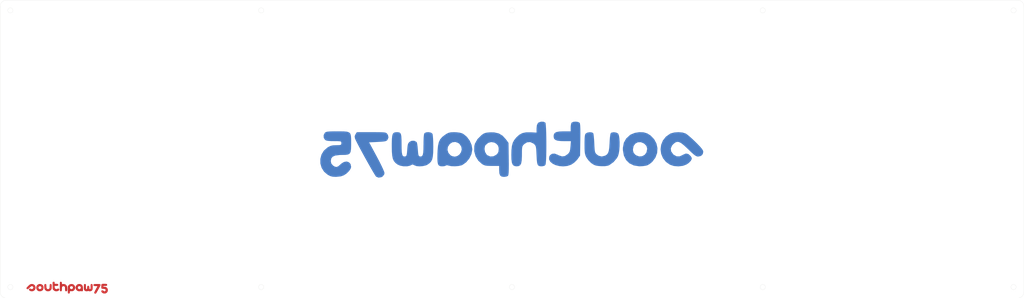
<source format=kicad_pcb>
(kicad_pcb (version 20171130) (host pcbnew 5.1.6)

  (general
    (thickness 1.6)
    (drawings 22)
    (tracks 0)
    (zones 0)
    (modules 4)
    (nets 1)
  )

  (page A4)
  (layers
    (0 F.Cu signal)
    (31 B.Cu signal)
    (32 B.Adhes user)
    (33 F.Adhes user)
    (34 B.Paste user)
    (35 F.Paste user)
    (36 B.SilkS user)
    (37 F.SilkS user)
    (38 B.Mask user)
    (39 F.Mask user)
    (40 Dwgs.User user)
    (41 Cmts.User user)
    (42 Eco1.User user)
    (43 Eco2.User user)
    (44 Edge.Cuts user)
    (45 Margin user)
    (46 B.CrtYd user)
    (47 F.CrtYd user)
    (48 B.Fab user)
    (49 F.Fab user)
  )

  (setup
    (last_trace_width 0.25)
    (trace_clearance 0.2)
    (zone_clearance 0.508)
    (zone_45_only no)
    (trace_min 0.2)
    (via_size 0.8)
    (via_drill 0.4)
    (via_min_size 0.4)
    (via_min_drill 0.3)
    (uvia_size 0.3)
    (uvia_drill 0.1)
    (uvias_allowed no)
    (uvia_min_size 0.2)
    (uvia_min_drill 0.1)
    (edge_width 0.05)
    (segment_width 0.2)
    (pcb_text_width 0.3)
    (pcb_text_size 1.5 1.5)
    (mod_edge_width 0.12)
    (mod_text_size 1 1)
    (mod_text_width 0.15)
    (pad_size 1.524 1.524)
    (pad_drill 0.762)
    (pad_to_mask_clearance 0.05)
    (aux_axis_origin 0 0)
    (visible_elements FFFFFF7F)
    (pcbplotparams
      (layerselection 0x010fc_ffffffff)
      (usegerberextensions true)
      (usegerberattributes false)
      (usegerberadvancedattributes true)
      (creategerberjobfile true)
      (excludeedgelayer true)
      (linewidth 0.100000)
      (plotframeref false)
      (viasonmask false)
      (mode 1)
      (useauxorigin false)
      (hpglpennumber 1)
      (hpglpenspeed 20)
      (hpglpendiameter 15.000000)
      (psnegative false)
      (psa4output false)
      (plotreference true)
      (plotvalue true)
      (plotinvisibletext false)
      (padsonsilk false)
      (subtractmaskfromsilk false)
      (outputformat 1)
      (mirror false)
      (drillshape 0)
      (scaleselection 1)
      (outputdirectory "Gerber/"))
  )

  (net 0 "")

  (net_class Default "This is the default net class."
    (clearance 0.2)
    (trace_width 0.25)
    (via_dia 0.8)
    (via_drill 0.4)
    (uvia_dia 0.3)
    (uvia_drill 0.1)
  )

  (module Logos:southpaw75smallcopy (layer F.Cu) (tedit 0) (tstamp 5F1C26D2)
    (at 24.58 105.62)
    (fp_text reference G*** (at 0 0) (layer F.SilkS) hide
      (effects (font (size 1.524 1.524) (thickness 0.3)))
    )
    (fp_text value LOGO (at 0.75 0) (layer F.SilkS) hide
      (effects (font (size 1.524 1.524) (thickness 0.3)))
    )
    (fp_poly (pts (xy 6.69047 -1.326464) (xy 6.833694 -1.267813) (xy 6.845299 -1.257301) (xy 6.883131 -1.153282)
      (xy 6.908014 -0.928457) (xy 6.920147 -0.580561) (xy 6.9215 -0.376076) (xy 6.926277 0.001781)
      (xy 6.94404 0.269015) (xy 6.979933 0.441763) (xy 7.039102 0.536162) (xy 7.126692 0.568346)
      (xy 7.220074 0.560259) (xy 7.278847 0.529831) (xy 7.318096 0.448802) (xy 7.344559 0.29214)
      (xy 7.364975 0.034818) (xy 7.366 0.018176) (xy 7.388086 -0.230876) (xy 7.418661 -0.431906)
      (xy 7.452069 -0.550351) (xy 7.46125 -0.564096) (xy 7.641886 -0.660194) (xy 7.850866 -0.657558)
      (xy 8.005014 -0.58118) (xy 8.086092 -0.499575) (xy 8.137359 -0.393032) (xy 8.168883 -0.227955)
      (xy 8.190728 0.029252) (xy 8.1915 0.041249) (xy 8.212521 0.298067) (xy 8.24 0.453356)
      (xy 8.281098 0.532587) (xy 8.337425 0.560265) (xy 8.451295 0.566038) (xy 8.53265 0.522434)
      (xy 8.586638 0.413316) (xy 8.618402 0.222548) (xy 8.633088 -0.066007) (xy 8.636 -0.376076)
      (xy 8.639239 -0.744071) (xy 8.6536 -1.003797) (xy 8.686052 -1.173914) (xy 8.743559 -1.273086)
      (xy 8.833088 -1.319974) (xy 8.961608 -1.33324) (xy 8.993414 -1.3335) (xy 9.142085 -1.323489)
      (xy 9.249374 -1.281765) (xy 9.321918 -1.190796) (xy 9.36635 -1.033048) (xy 9.389306 -0.790987)
      (xy 9.397421 -0.447081) (xy 9.398 -0.264349) (xy 9.391381 0.164779) (xy 9.36701 0.489554)
      (xy 9.318114 0.732148) (xy 9.23792 0.914733) (xy 9.119654 1.059482) (xy 8.956543 1.188565)
      (xy 8.953532 1.190625) (xy 8.744823 1.282252) (xy 8.481028 1.330387) (xy 8.211047 1.332519)
      (xy 7.983779 1.286139) (xy 7.902327 1.244594) (xy 7.787594 1.188071) (xy 7.684583 1.223076)
      (xy 7.653812 1.244594) (xy 7.480827 1.311253) (xy 7.237049 1.334544) (xy 6.970399 1.316216)
      (xy 6.7288 1.258018) (xy 6.619294 1.206843) (xy 6.4504 1.088641) (xy 6.327938 0.956537)
      (xy 6.244778 0.788545) (xy 6.193794 0.562679) (xy 6.167856 0.256952) (xy 6.159835 -0.150622)
      (xy 6.159737 -0.21055) (xy 6.164267 -0.542297) (xy 6.176857 -0.835134) (xy 6.195727 -1.061896)
      (xy 6.219098 -1.19542) (xy 6.225234 -1.210675) (xy 6.331914 -1.29381) (xy 6.505101 -1.333768)
      (xy 6.69047 -1.326464)) (layer F.Cu) (width 0.01))
    (fp_poly (pts (xy 4.778969 -1.32426) (xy 4.959808 -1.285087) (xy 5.132808 -1.198806) (xy 5.243025 -1.127125)
      (xy 5.460052 -0.959067) (xy 5.616311 -0.778261) (xy 5.721937 -0.559639) (xy 5.787066 -0.278137)
      (xy 5.821834 0.091315) (xy 5.831316 0.327848) (xy 5.837307 0.708025) (xy 5.825873 0.979456)
      (xy 5.79049 1.159929) (xy 5.724637 1.267227) (xy 5.62179 1.319138) (xy 5.475427 1.333446)
      (xy 5.462513 1.3335) (xy 5.294623 1.319196) (xy 5.187987 1.283703) (xy 5.176749 1.272426)
      (xy 5.088442 1.244002) (xy 4.978368 1.272426) (xy 4.756117 1.319252) (xy 4.472167 1.329906)
      (xy 4.182648 1.306624) (xy 3.943687 1.251642) (xy 3.889772 1.229065) (xy 3.58946 1.017387)
      (xy 3.344851 0.722176) (xy 3.178378 0.378893) (xy 3.112476 0.022996) (xy 3.112413 0.017581)
      (xy 3.937018 0.017581) (xy 3.988849 0.225664) (xy 4.108278 0.403164) (xy 4.278242 0.528517)
      (xy 4.481676 0.580163) (xy 4.701516 0.53654) (xy 4.803119 0.478779) (xy 4.972966 0.292271)
      (xy 5.049765 0.05797) (xy 5.020048 -0.181509) (xy 5.015452 -0.19303) (xy 4.867028 -0.416588)
      (xy 4.663774 -0.544602) (xy 4.434293 -0.570445) (xy 4.207188 -0.487492) (xy 4.104409 -0.404091)
      (xy 3.96985 -0.199525) (xy 3.937018 0.017581) (xy 3.112413 0.017581) (xy 3.112208 0)
      (xy 3.166741 -0.33579) (xy 3.314731 -0.669415) (xy 3.532759 -0.964657) (xy 3.797408 -1.185299)
      (xy 3.919085 -1.247958) (xy 4.09391 -1.29406) (xy 4.335544 -1.325117) (xy 4.531034 -1.3335)
      (xy 4.778969 -1.32426)) (layer F.Cu) (width 0.01))
    (fp_poly (pts (xy -2.082076 -2.097293) (xy -2.010092 -2.042875) (xy -1.931438 -1.873206) (xy -1.905 -1.612175)
      (xy -1.905 -1.297599) (xy -1.466299 -1.322388) (xy -1.089573 -1.321107) (xy -0.795754 -1.260514)
      (xy -0.549786 -1.12835) (xy -0.32742 -0.924157) (xy -0.16342 -0.720661) (xy -0.050833 -0.508107)
      (xy 0.018809 -0.256789) (xy 0.05397 0.062996) (xy 0.063145 0.446245) (xy 0.053194 0.806787)
      (xy 0.017553 1.05866) (xy -0.051718 1.218952) (xy -0.162562 1.304748) (xy -0.322921 1.333134)
      (xy -0.34925 1.3335) (xy -0.513696 1.313211) (xy -0.629444 1.240918) (xy -0.704162 1.099477)
      (xy -0.745514 0.871747) (xy -0.761167 0.540583) (xy -0.762 0.410501) (xy -0.763728 0.117792)
      (xy -0.773241 -0.077521) (xy -0.797038 -0.205037) (xy -0.841614 -0.294354) (xy -0.913467 -0.37507)
      (xy -0.9401 -0.40087) (xy -1.166107 -0.543027) (xy -1.407111 -0.562195) (xy -1.644845 -0.45795)
      (xy -1.694962 -0.418354) (xy -1.771496 -0.34672) (xy -1.823558 -0.270607) (xy -1.857314 -0.163822)
      (xy -1.878934 -0.000172) (xy -1.894584 0.246539) (xy -1.904878 0.473101) (xy -1.923125 0.817862)
      (xy -1.94948 1.055512) (xy -1.993808 1.205928) (xy -2.065973 1.288986) (xy -2.175839 1.324563)
      (xy -2.331391 1.332527) (xy -2.520819 1.292978) (xy -2.601266 1.210674) (xy -2.623969 1.105815)
      (xy -2.642056 0.899007) (xy -2.655594 0.611574) (xy -2.664652 0.26484) (xy -2.669297 -0.119871)
      (xy -2.669596 -0.521234) (xy -2.665618 -0.917926) (xy -2.65743 -1.288622) (xy -2.645101 -1.611997)
      (xy -2.628697 -1.866728) (xy -2.608287 -2.031491) (xy -2.5908 -2.082801) (xy -2.449238 -2.147913)
      (xy -2.259514 -2.151359) (xy -2.082076 -2.097293)) (layer F.Cu) (width 0.01))
    (fp_poly (pts (xy -4.781231 -2.141555) (xy -4.651269 -2.085754) (xy -4.648201 -2.082801) (xy -4.602907 -1.977416)
      (xy -4.575613 -1.79796) (xy -4.572 -1.701801) (xy -4.572 -1.397) (xy -4.010342 -1.397)
      (xy -3.676867 -1.384972) (xy -3.450869 -1.34287) (xy -3.314585 -1.261672) (xy -3.250247 -1.132354)
      (xy -3.2385 -1.004967) (xy -3.26534 -0.845436) (xy -3.356918 -0.736571) (xy -3.529818 -0.670621)
      (xy -3.800629 -0.639833) (xy -4.030069 -0.635) (xy -4.589388 -0.635) (xy -4.555144 -0.208397)
      (xy -4.529112 0.032592) (xy -4.487799 0.189319) (xy -4.414776 0.304517) (xy -4.323199 0.394853)
      (xy -4.113058 0.532473) (xy -3.896974 0.559984) (xy -3.648138 0.47863) (xy -3.55813 0.430334)
      (xy -3.315349 0.339473) (xy -3.106804 0.355683) (xy -2.951772 0.474503) (xy -2.895729 0.583585)
      (xy -2.881394 0.785833) (xy -2.972724 0.96691) (xy -3.149169 1.119728) (xy -3.390176 1.237197)
      (xy -3.675194 1.312228) (xy -3.983672 1.337731) (xy -4.295058 1.306618) (xy -4.588801 1.211798)
      (xy -4.641388 1.185749) (xy -4.852386 1.038753) (xy -5.051889 0.843904) (xy -5.11175 0.767756)
      (xy -5.30225 0.497512) (xy -5.321945 -0.740261) (xy -5.326767 -1.220813) (xy -5.323701 -1.584436)
      (xy -5.312337 -1.840978) (xy -5.292263 -2.000289) (xy -5.266545 -2.068517) (xy -5.147766 -2.131576)
      (xy -4.966362 -2.156376) (xy -4.781231 -2.141555)) (layer F.Cu) (width 0.01))
    (fp_poly (pts (xy -7.765765 -1.301528) (xy -7.698176 -1.254125) (xy -7.669091 -1.160475) (xy -7.641476 -0.970401)
      (xy -7.619017 -0.714461) (xy -7.608164 -0.508) (xy -7.585988 -0.141132) (xy -7.547081 0.121321)
      (xy -7.483673 0.301624) (xy -7.387998 0.422045) (xy -7.25531 0.503481) (xy -6.992492 0.567625)
      (xy -6.751963 0.507335) (xy -6.623539 0.418353) (xy -6.546148 0.34569) (xy -6.493777 0.268253)
      (xy -6.460012 0.159373) (xy -6.438443 -0.007622) (xy -6.422656 -0.259404) (xy -6.413623 -0.454772)
      (xy -6.396519 -0.750007) (xy -6.374436 -1.001596) (xy -6.350405 -1.180463) (xy -6.330378 -1.254126)
      (xy -6.226041 -1.31503) (xy -6.058382 -1.330674) (xy -5.881987 -1.30298) (xy -5.751445 -1.233873)
      (xy -5.751286 -1.233715) (xy -5.706396 -1.16263) (xy -5.676655 -1.041306) (xy -5.659462 -0.847647)
      (xy -5.652213 -0.559553) (xy -5.6515 -0.386452) (xy -5.654279 -0.052743) (xy -5.665591 0.185069)
      (xy -5.6899 0.358022) (xy -5.73167 0.497153) (xy -5.795365 0.6335) (xy -5.799251 0.640887)
      (xy -5.94652 0.852307) (xy -6.141339 1.051622) (xy -6.216002 1.110218) (xy -6.387227 1.216551)
      (xy -6.55512 1.27813) (xy -6.769757 1.30941) (xy -6.941377 1.319631) (xy -7.251485 1.319574)
      (xy -7.47109 1.284615) (xy -7.58825 1.237272) (xy -7.92475 0.994835) (xy -8.184657 0.681552)
      (xy -8.261613 0.53975) (xy -8.323046 0.341061) (xy -8.365056 0.073075) (xy -8.387568 -0.232916)
      (xy -8.390506 -0.545621) (xy -8.373795 -0.833748) (xy -8.33736 -1.066004) (xy -8.281125 -1.211099)
      (xy -8.265875 -1.228409) (xy -8.11609 -1.30562) (xy -7.930566 -1.330845) (xy -7.765765 -1.301528)) (layer F.Cu) (width 0.01))
    (fp_poly (pts (xy -9.580219 -1.277575) (xy -9.276668 -1.157924) (xy -9.199237 -1.109329) (xy -8.905247 -0.837927)
      (xy -8.723055 -0.512495) (xy -8.648412 -0.123879) (xy -8.648914 0.076638) (xy -8.724727 0.498614)
      (xy -8.897895 0.842652) (xy -9.160237 1.100988) (xy -9.503568 1.265853) (xy -9.919708 1.329484)
      (xy -9.9695 1.329969) (xy -10.219433 1.31615) (xy -10.445963 1.281788) (xy -10.57275 1.244569)
      (xy -10.74772 1.140728) (xy -10.924416 0.997465) (xy -10.943772 0.9785) (xy -11.187633 0.651577)
      (xy -11.320266 0.291326) (xy -11.340087 -0.003015) (xy -10.541 -0.003015) (xy -10.487971 0.249758)
      (xy -10.347689 0.436845) (xy -10.14836 0.545453) (xy -9.918192 0.56279) (xy -9.685394 0.476065)
      (xy -9.60936 0.419489) (xy -9.486775 0.282042) (xy -9.437785 0.117273) (xy -9.432637 0)
      (xy -9.484218 -0.257643) (xy -9.621445 -0.443548) (xy -9.818039 -0.545998) (xy -10.047726 -0.553276)
      (xy -10.284228 -0.453666) (xy -10.345628 -0.407106) (xy -10.484581 -0.257899) (xy -10.537133 -0.091123)
      (xy -10.541 -0.003015) (xy -11.340087 -0.003015) (xy -11.345376 -0.081548) (xy -11.266667 -0.446339)
      (xy -11.087844 -0.782344) (xy -10.812611 -1.068858) (xy -10.547226 -1.237762) (xy -10.262814 -1.322003)
      (xy -9.924706 -1.333771) (xy -9.580219 -1.277575)) (layer F.Cu) (width 0.01))
    (fp_poly (pts (xy -12.654355 -1.308526) (xy -12.378745 -1.234231) (xy -12.332346 -1.21268) (xy -12.007316 -0.982877)
      (xy -11.77522 -0.688858) (xy -11.63611 -0.352196) (xy -11.59004 0.005537) (xy -11.637064 0.36277)
      (xy -11.777235 0.69793) (xy -12.010607 0.989445) (xy -12.326334 1.210241) (xy -12.631532 1.308775)
      (xy -12.985583 1.336417) (xy -13.335769 1.294048) (xy -13.618852 1.188625) (xy -13.798274 1.061085)
      (xy -13.939245 0.916521) (xy -13.966798 0.875079) (xy -14.024346 0.748606) (xy -14.011268 0.649518)
      (xy -13.930576 0.526785) (xy -13.75484 0.368382) (xy -13.558408 0.335173) (xy -13.344611 0.427643)
      (xy -13.328926 0.43895) (xy -13.080526 0.557213) (xy -12.834305 0.550407) (xy -12.603819 0.419478)
      (xy -12.568116 0.385884) (xy -12.413773 0.163592) (xy -12.385889 -0.063603) (xy -12.484464 -0.288896)
      (xy -12.568116 -0.385885) (xy -12.721336 -0.516544) (xy -12.866576 -0.578591) (xy -13.021353 -0.566278)
      (xy -13.203186 -0.473859) (xy -13.429594 -0.295587) (xy -13.718093 -0.025715) (xy -13.744375 0)
      (xy -13.998891 0.244632) (xy -14.186062 0.410137) (xy -14.324943 0.510466) (xy -14.434593 0.559571)
      (xy -14.525036 0.5715) (xy -14.743722 0.521901) (xy -14.881384 0.383294) (xy -14.9225 0.200585)
      (xy -14.900016 0.102869) (xy -14.824278 -0.022977) (xy -14.682861 -0.192839) (xy -14.463339 -0.422605)
      (xy -14.335125 -0.550404) (xy -14.094905 -0.779906) (xy -13.86752 -0.983685) (xy -13.677682 -1.140445)
      (xy -13.550102 -1.228886) (xy -13.544529 -1.231775) (xy -13.291442 -1.308152) (xy -12.976652 -1.333452)
      (xy -12.654355 -1.308526)) (layer F.Cu) (width 0.01))
    (fp_poly (pts (xy 13.663533 -1.397) (xy 14.016497 -1.39509) (xy 14.264702 -1.387575) (xy 14.430354 -1.371777)
      (xy 14.535662 -1.345021) (xy 14.602831 -1.304629) (xy 14.626908 -1.280875) (xy 14.718185 -1.100117)
      (xy 14.713064 -0.901544) (xy 14.615874 -0.740092) (xy 14.525467 -0.686551) (xy 14.380991 -0.653879)
      (xy 14.156105 -0.638114) (xy 13.917374 -0.635001) (xy 13.643753 -0.633795) (xy 13.472921 -0.625779)
      (xy 13.380668 -0.604353) (xy 13.342783 -0.562916) (xy 13.335057 -0.494871) (xy 13.335 -0.47625)
      (xy 13.342545 -0.38991) (xy 13.384594 -0.342377) (xy 13.490267 -0.322104) (xy 13.688684 -0.317544)
      (xy 13.735317 -0.3175) (xy 13.993875 -0.305653) (xy 14.188362 -0.25919) (xy 14.380391 -0.161728)
      (xy 14.424666 -0.134202) (xy 14.703105 0.110763) (xy 14.887495 0.41641) (xy 14.977835 0.758078)
      (xy 14.974126 1.111105) (xy 14.876368 1.450828) (xy 14.68456 1.752585) (xy 14.424666 1.975701)
      (xy 14.220728 2.087684) (xy 14.027868 2.142086) (xy 13.781155 2.156309) (xy 13.751192 2.156193)
      (xy 13.378262 2.117237) (xy 13.136311 2.031619) (xy 12.916808 1.882379) (xy 12.731163 1.696612)
      (xy 12.607784 1.507458) (xy 12.573 1.374507) (xy 12.620423 1.153071) (xy 12.746368 1.011846)
      (xy 12.926349 0.956756) (xy 13.135881 0.993727) (xy 13.350476 1.128685) (xy 13.3985 1.17475)
      (xy 13.579709 1.333841) (xy 13.731125 1.387316) (xy 13.885391 1.340152) (xy 13.993186 1.265391)
      (xy 14.126935 1.105362) (xy 14.1605 0.920749) (xy 14.125295 0.718516) (xy 14.011492 0.577062)
      (xy 13.806812 0.489555) (xy 13.498974 0.449163) (xy 13.304528 0.444499) (xy 13.021019 0.439538)
      (xy 12.822187 0.411913) (xy 12.693027 0.342511) (xy 12.618534 0.212221) (xy 12.583704 0.001929)
      (xy 12.573531 -0.307476) (xy 12.573 -0.487284) (xy 12.574364 -0.817083) (xy 12.590238 -1.055703)
      (xy 12.638292 -1.217886) (xy 12.736197 -1.318372) (xy 12.901625 -1.371901) (xy 13.152245 -1.393216)
      (xy 13.50573 -1.397057) (xy 13.663533 -1.397)) (layer F.Cu) (width 0.01))
    (fp_poly (pts (xy 1.95101 -1.302242) (xy 2.127643 -1.264781) (xy 2.270392 -1.194593) (xy 2.392464 -1.104357)
      (xy 2.708872 -0.787813) (xy 2.900844 -0.447783) (xy 2.952999 -0.252522) (xy 2.961421 0.157582)
      (xy 2.854783 0.547229) (xy 2.643922 0.890675) (xy 2.364451 1.145593) (xy 2.2359 1.223025)
      (xy 2.103284 1.269912) (xy 1.929564 1.293592) (xy 1.6777 1.301403) (xy 1.576277 1.30175)
      (xy 1.016 1.30175) (xy 1.016 1.607549) (xy 0.998461 1.880572) (xy 0.936819 2.050216)
      (xy 0.81753 2.13637) (xy 0.640541 2.159) (xy 0.462404 2.136784) (xy 0.335359 2.081992)
      (xy 0.321455 2.068516) (xy 0.293221 1.987927) (xy 0.274071 1.81891) (xy 0.263593 1.551617)
      (xy 0.261378 1.176197) (xy 0.266055 0.741047) (xy 0.277853 0) (xy 1.050636 0)
      (xy 1.071781 0.203726) (xy 1.152801 0.347566) (xy 1.227359 0.419489) (xy 1.459264 0.549367)
      (xy 1.701937 0.567177) (xy 1.924951 0.473546) (xy 2.003282 0.403477) (xy 2.117135 0.207903)
      (xy 2.159073 -0.024273) (xy 2.123704 -0.240362) (xy 2.077605 -0.323003) (xy 1.874715 -0.496131)
      (xy 1.633632 -0.562653) (xy 1.387033 -0.518861) (xy 1.227359 -0.41949) (xy 1.104774 -0.282043)
      (xy 1.055784 -0.117274) (xy 1.050636 0) (xy 0.277853 0) (xy 0.28575 -0.495938)
      (xy 0.485674 -0.771708) (xy 0.748045 -1.05877) (xy 1.049998 -1.237489) (xy 1.413037 -1.317647)
      (xy 1.693964 -1.321437) (xy 1.95101 -1.302242)) (layer F.Cu) (width 0.01))
    (fp_poly (pts (xy 12.228876 -1.175838) (xy 12.29661 -1.019696) (xy 12.27407 -0.852157) (xy 12.267208 -0.831793)
      (xy 12.211696 -0.704997) (xy 12.10685 -0.494265) (xy 11.962971 -0.218177) (xy 11.79036 0.104687)
      (xy 11.599319 0.455745) (xy 11.400147 0.816417) (xy 11.203147 1.168122) (xy 11.018619 1.49228)
      (xy 10.856864 1.770309) (xy 10.728182 1.983628) (xy 10.642876 2.113658) (xy 10.617946 2.143125)
      (xy 10.428308 2.217171) (xy 10.213803 2.181046) (xy 10.110629 2.123649) (xy 9.991677 1.96985)
      (xy 9.970021 1.853774) (xy 9.999656 1.746108) (xy 10.081991 1.547585) (xy 10.207679 1.278162)
      (xy 10.367376 0.957793) (xy 10.551735 0.606435) (xy 10.570554 0.5715) (xy 11.170566 -0.53975)
      (xy 10.501199 -0.5715) (xy 10.19202 -0.589375) (xy 9.984753 -0.611457) (xy 9.854314 -0.642865)
      (xy 9.775619 -0.688722) (xy 9.741916 -0.726512) (xy 9.659111 -0.912002) (xy 9.694863 -1.098713)
      (xy 9.75085 -1.192371) (xy 9.791009 -1.242684) (xy 9.843029 -1.279356) (xy 9.925786 -1.304542)
      (xy 10.058154 -1.320395) (xy 10.25901 -1.32907) (xy 10.547229 -1.332719) (xy 10.941686 -1.333498)
      (xy 10.987636 -1.3335) (xy 12.125572 -1.3335) (xy 12.228876 -1.175838)) (layer F.Cu) (width 0.01))
  )

  (module Logos:southpaw75small (layer F.Cu) (tedit 0) (tstamp 5F0A8090)
    (at 24.58 105.62)
    (fp_text reference G*** (at 0 0) (layer F.SilkS) hide
      (effects (font (size 1.524 1.524) (thickness 0.3)))
    )
    (fp_text value LOGO (at 0.75 0) (layer F.SilkS) hide
      (effects (font (size 1.524 1.524) (thickness 0.3)))
    )
    (fp_poly (pts (xy 6.69047 -1.326464) (xy 6.833694 -1.267813) (xy 6.845299 -1.257301) (xy 6.883131 -1.153282)
      (xy 6.908014 -0.928457) (xy 6.920147 -0.580561) (xy 6.9215 -0.376076) (xy 6.926277 0.001781)
      (xy 6.94404 0.269015) (xy 6.979933 0.441763) (xy 7.039102 0.536162) (xy 7.126692 0.568346)
      (xy 7.220074 0.560259) (xy 7.278847 0.529831) (xy 7.318096 0.448802) (xy 7.344559 0.29214)
      (xy 7.364975 0.034818) (xy 7.366 0.018176) (xy 7.388086 -0.230876) (xy 7.418661 -0.431906)
      (xy 7.452069 -0.550351) (xy 7.46125 -0.564096) (xy 7.641886 -0.660194) (xy 7.850866 -0.657558)
      (xy 8.005014 -0.58118) (xy 8.086092 -0.499575) (xy 8.137359 -0.393032) (xy 8.168883 -0.227955)
      (xy 8.190728 0.029252) (xy 8.1915 0.041249) (xy 8.212521 0.298067) (xy 8.24 0.453356)
      (xy 8.281098 0.532587) (xy 8.337425 0.560265) (xy 8.451295 0.566038) (xy 8.53265 0.522434)
      (xy 8.586638 0.413316) (xy 8.618402 0.222548) (xy 8.633088 -0.066007) (xy 8.636 -0.376076)
      (xy 8.639239 -0.744071) (xy 8.6536 -1.003797) (xy 8.686052 -1.173914) (xy 8.743559 -1.273086)
      (xy 8.833088 -1.319974) (xy 8.961608 -1.33324) (xy 8.993414 -1.3335) (xy 9.142085 -1.323489)
      (xy 9.249374 -1.281765) (xy 9.321918 -1.190796) (xy 9.36635 -1.033048) (xy 9.389306 -0.790987)
      (xy 9.397421 -0.447081) (xy 9.398 -0.264349) (xy 9.391381 0.164779) (xy 9.36701 0.489554)
      (xy 9.318114 0.732148) (xy 9.23792 0.914733) (xy 9.119654 1.059482) (xy 8.956543 1.188565)
      (xy 8.953532 1.190625) (xy 8.744823 1.282252) (xy 8.481028 1.330387) (xy 8.211047 1.332519)
      (xy 7.983779 1.286139) (xy 7.902327 1.244594) (xy 7.787594 1.188071) (xy 7.684583 1.223076)
      (xy 7.653812 1.244594) (xy 7.480827 1.311253) (xy 7.237049 1.334544) (xy 6.970399 1.316216)
      (xy 6.7288 1.258018) (xy 6.619294 1.206843) (xy 6.4504 1.088641) (xy 6.327938 0.956537)
      (xy 6.244778 0.788545) (xy 6.193794 0.562679) (xy 6.167856 0.256952) (xy 6.159835 -0.150622)
      (xy 6.159737 -0.21055) (xy 6.164267 -0.542297) (xy 6.176857 -0.835134) (xy 6.195727 -1.061896)
      (xy 6.219098 -1.19542) (xy 6.225234 -1.210675) (xy 6.331914 -1.29381) (xy 6.505101 -1.333768)
      (xy 6.69047 -1.326464)) (layer F.Mask) (width 0.01))
    (fp_poly (pts (xy 4.778969 -1.32426) (xy 4.959808 -1.285087) (xy 5.132808 -1.198806) (xy 5.243025 -1.127125)
      (xy 5.460052 -0.959067) (xy 5.616311 -0.778261) (xy 5.721937 -0.559639) (xy 5.787066 -0.278137)
      (xy 5.821834 0.091315) (xy 5.831316 0.327848) (xy 5.837307 0.708025) (xy 5.825873 0.979456)
      (xy 5.79049 1.159929) (xy 5.724637 1.267227) (xy 5.62179 1.319138) (xy 5.475427 1.333446)
      (xy 5.462513 1.3335) (xy 5.294623 1.319196) (xy 5.187987 1.283703) (xy 5.176749 1.272426)
      (xy 5.088442 1.244002) (xy 4.978368 1.272426) (xy 4.756117 1.319252) (xy 4.472167 1.329906)
      (xy 4.182648 1.306624) (xy 3.943687 1.251642) (xy 3.889772 1.229065) (xy 3.58946 1.017387)
      (xy 3.344851 0.722176) (xy 3.178378 0.378893) (xy 3.112476 0.022996) (xy 3.112413 0.017581)
      (xy 3.937018 0.017581) (xy 3.988849 0.225664) (xy 4.108278 0.403164) (xy 4.278242 0.528517)
      (xy 4.481676 0.580163) (xy 4.701516 0.53654) (xy 4.803119 0.478779) (xy 4.972966 0.292271)
      (xy 5.049765 0.05797) (xy 5.020048 -0.181509) (xy 5.015452 -0.19303) (xy 4.867028 -0.416588)
      (xy 4.663774 -0.544602) (xy 4.434293 -0.570445) (xy 4.207188 -0.487492) (xy 4.104409 -0.404091)
      (xy 3.96985 -0.199525) (xy 3.937018 0.017581) (xy 3.112413 0.017581) (xy 3.112208 0)
      (xy 3.166741 -0.33579) (xy 3.314731 -0.669415) (xy 3.532759 -0.964657) (xy 3.797408 -1.185299)
      (xy 3.919085 -1.247958) (xy 4.09391 -1.29406) (xy 4.335544 -1.325117) (xy 4.531034 -1.3335)
      (xy 4.778969 -1.32426)) (layer F.Mask) (width 0.01))
    (fp_poly (pts (xy -2.082076 -2.097293) (xy -2.010092 -2.042875) (xy -1.931438 -1.873206) (xy -1.905 -1.612175)
      (xy -1.905 -1.297599) (xy -1.466299 -1.322388) (xy -1.089573 -1.321107) (xy -0.795754 -1.260514)
      (xy -0.549786 -1.12835) (xy -0.32742 -0.924157) (xy -0.16342 -0.720661) (xy -0.050833 -0.508107)
      (xy 0.018809 -0.256789) (xy 0.05397 0.062996) (xy 0.063145 0.446245) (xy 0.053194 0.806787)
      (xy 0.017553 1.05866) (xy -0.051718 1.218952) (xy -0.162562 1.304748) (xy -0.322921 1.333134)
      (xy -0.34925 1.3335) (xy -0.513696 1.313211) (xy -0.629444 1.240918) (xy -0.704162 1.099477)
      (xy -0.745514 0.871747) (xy -0.761167 0.540583) (xy -0.762 0.410501) (xy -0.763728 0.117792)
      (xy -0.773241 -0.077521) (xy -0.797038 -0.205037) (xy -0.841614 -0.294354) (xy -0.913467 -0.37507)
      (xy -0.9401 -0.40087) (xy -1.166107 -0.543027) (xy -1.407111 -0.562195) (xy -1.644845 -0.45795)
      (xy -1.694962 -0.418354) (xy -1.771496 -0.34672) (xy -1.823558 -0.270607) (xy -1.857314 -0.163822)
      (xy -1.878934 -0.000172) (xy -1.894584 0.246539) (xy -1.904878 0.473101) (xy -1.923125 0.817862)
      (xy -1.94948 1.055512) (xy -1.993808 1.205928) (xy -2.065973 1.288986) (xy -2.175839 1.324563)
      (xy -2.331391 1.332527) (xy -2.520819 1.292978) (xy -2.601266 1.210674) (xy -2.623969 1.105815)
      (xy -2.642056 0.899007) (xy -2.655594 0.611574) (xy -2.664652 0.26484) (xy -2.669297 -0.119871)
      (xy -2.669596 -0.521234) (xy -2.665618 -0.917926) (xy -2.65743 -1.288622) (xy -2.645101 -1.611997)
      (xy -2.628697 -1.866728) (xy -2.608287 -2.031491) (xy -2.5908 -2.082801) (xy -2.449238 -2.147913)
      (xy -2.259514 -2.151359) (xy -2.082076 -2.097293)) (layer F.Mask) (width 0.01))
    (fp_poly (pts (xy -4.781231 -2.141555) (xy -4.651269 -2.085754) (xy -4.648201 -2.082801) (xy -4.602907 -1.977416)
      (xy -4.575613 -1.79796) (xy -4.572 -1.701801) (xy -4.572 -1.397) (xy -4.010342 -1.397)
      (xy -3.676867 -1.384972) (xy -3.450869 -1.34287) (xy -3.314585 -1.261672) (xy -3.250247 -1.132354)
      (xy -3.2385 -1.004967) (xy -3.26534 -0.845436) (xy -3.356918 -0.736571) (xy -3.529818 -0.670621)
      (xy -3.800629 -0.639833) (xy -4.030069 -0.635) (xy -4.589388 -0.635) (xy -4.555144 -0.208397)
      (xy -4.529112 0.032592) (xy -4.487799 0.189319) (xy -4.414776 0.304517) (xy -4.323199 0.394853)
      (xy -4.113058 0.532473) (xy -3.896974 0.559984) (xy -3.648138 0.47863) (xy -3.55813 0.430334)
      (xy -3.315349 0.339473) (xy -3.106804 0.355683) (xy -2.951772 0.474503) (xy -2.895729 0.583585)
      (xy -2.881394 0.785833) (xy -2.972724 0.96691) (xy -3.149169 1.119728) (xy -3.390176 1.237197)
      (xy -3.675194 1.312228) (xy -3.983672 1.337731) (xy -4.295058 1.306618) (xy -4.588801 1.211798)
      (xy -4.641388 1.185749) (xy -4.852386 1.038753) (xy -5.051889 0.843904) (xy -5.11175 0.767756)
      (xy -5.30225 0.497512) (xy -5.321945 -0.740261) (xy -5.326767 -1.220813) (xy -5.323701 -1.584436)
      (xy -5.312337 -1.840978) (xy -5.292263 -2.000289) (xy -5.266545 -2.068517) (xy -5.147766 -2.131576)
      (xy -4.966362 -2.156376) (xy -4.781231 -2.141555)) (layer F.Mask) (width 0.01))
    (fp_poly (pts (xy -7.765765 -1.301528) (xy -7.698176 -1.254125) (xy -7.669091 -1.160475) (xy -7.641476 -0.970401)
      (xy -7.619017 -0.714461) (xy -7.608164 -0.508) (xy -7.585988 -0.141132) (xy -7.547081 0.121321)
      (xy -7.483673 0.301624) (xy -7.387998 0.422045) (xy -7.25531 0.503481) (xy -6.992492 0.567625)
      (xy -6.751963 0.507335) (xy -6.623539 0.418353) (xy -6.546148 0.34569) (xy -6.493777 0.268253)
      (xy -6.460012 0.159373) (xy -6.438443 -0.007622) (xy -6.422656 -0.259404) (xy -6.413623 -0.454772)
      (xy -6.396519 -0.750007) (xy -6.374436 -1.001596) (xy -6.350405 -1.180463) (xy -6.330378 -1.254126)
      (xy -6.226041 -1.31503) (xy -6.058382 -1.330674) (xy -5.881987 -1.30298) (xy -5.751445 -1.233873)
      (xy -5.751286 -1.233715) (xy -5.706396 -1.16263) (xy -5.676655 -1.041306) (xy -5.659462 -0.847647)
      (xy -5.652213 -0.559553) (xy -5.6515 -0.386452) (xy -5.654279 -0.052743) (xy -5.665591 0.185069)
      (xy -5.6899 0.358022) (xy -5.73167 0.497153) (xy -5.795365 0.6335) (xy -5.799251 0.640887)
      (xy -5.94652 0.852307) (xy -6.141339 1.051622) (xy -6.216002 1.110218) (xy -6.387227 1.216551)
      (xy -6.55512 1.27813) (xy -6.769757 1.30941) (xy -6.941377 1.319631) (xy -7.251485 1.319574)
      (xy -7.47109 1.284615) (xy -7.58825 1.237272) (xy -7.92475 0.994835) (xy -8.184657 0.681552)
      (xy -8.261613 0.53975) (xy -8.323046 0.341061) (xy -8.365056 0.073075) (xy -8.387568 -0.232916)
      (xy -8.390506 -0.545621) (xy -8.373795 -0.833748) (xy -8.33736 -1.066004) (xy -8.281125 -1.211099)
      (xy -8.265875 -1.228409) (xy -8.11609 -1.30562) (xy -7.930566 -1.330845) (xy -7.765765 -1.301528)) (layer F.Mask) (width 0.01))
    (fp_poly (pts (xy -9.580219 -1.277575) (xy -9.276668 -1.157924) (xy -9.199237 -1.109329) (xy -8.905247 -0.837927)
      (xy -8.723055 -0.512495) (xy -8.648412 -0.123879) (xy -8.648914 0.076638) (xy -8.724727 0.498614)
      (xy -8.897895 0.842652) (xy -9.160237 1.100988) (xy -9.503568 1.265853) (xy -9.919708 1.329484)
      (xy -9.9695 1.329969) (xy -10.219433 1.31615) (xy -10.445963 1.281788) (xy -10.57275 1.244569)
      (xy -10.74772 1.140728) (xy -10.924416 0.997465) (xy -10.943772 0.9785) (xy -11.187633 0.651577)
      (xy -11.320266 0.291326) (xy -11.340087 -0.003015) (xy -10.541 -0.003015) (xy -10.487971 0.249758)
      (xy -10.347689 0.436845) (xy -10.14836 0.545453) (xy -9.918192 0.56279) (xy -9.685394 0.476065)
      (xy -9.60936 0.419489) (xy -9.486775 0.282042) (xy -9.437785 0.117273) (xy -9.432637 0)
      (xy -9.484218 -0.257643) (xy -9.621445 -0.443548) (xy -9.818039 -0.545998) (xy -10.047726 -0.553276)
      (xy -10.284228 -0.453666) (xy -10.345628 -0.407106) (xy -10.484581 -0.257899) (xy -10.537133 -0.091123)
      (xy -10.541 -0.003015) (xy -11.340087 -0.003015) (xy -11.345376 -0.081548) (xy -11.266667 -0.446339)
      (xy -11.087844 -0.782344) (xy -10.812611 -1.068858) (xy -10.547226 -1.237762) (xy -10.262814 -1.322003)
      (xy -9.924706 -1.333771) (xy -9.580219 -1.277575)) (layer F.Mask) (width 0.01))
    (fp_poly (pts (xy -12.654355 -1.308526) (xy -12.378745 -1.234231) (xy -12.332346 -1.21268) (xy -12.007316 -0.982877)
      (xy -11.77522 -0.688858) (xy -11.63611 -0.352196) (xy -11.59004 0.005537) (xy -11.637064 0.36277)
      (xy -11.777235 0.69793) (xy -12.010607 0.989445) (xy -12.326334 1.210241) (xy -12.631532 1.308775)
      (xy -12.985583 1.336417) (xy -13.335769 1.294048) (xy -13.618852 1.188625) (xy -13.798274 1.061085)
      (xy -13.939245 0.916521) (xy -13.966798 0.875079) (xy -14.024346 0.748606) (xy -14.011268 0.649518)
      (xy -13.930576 0.526785) (xy -13.75484 0.368382) (xy -13.558408 0.335173) (xy -13.344611 0.427643)
      (xy -13.328926 0.43895) (xy -13.080526 0.557213) (xy -12.834305 0.550407) (xy -12.603819 0.419478)
      (xy -12.568116 0.385884) (xy -12.413773 0.163592) (xy -12.385889 -0.063603) (xy -12.484464 -0.288896)
      (xy -12.568116 -0.385885) (xy -12.721336 -0.516544) (xy -12.866576 -0.578591) (xy -13.021353 -0.566278)
      (xy -13.203186 -0.473859) (xy -13.429594 -0.295587) (xy -13.718093 -0.025715) (xy -13.744375 0)
      (xy -13.998891 0.244632) (xy -14.186062 0.410137) (xy -14.324943 0.510466) (xy -14.434593 0.559571)
      (xy -14.525036 0.5715) (xy -14.743722 0.521901) (xy -14.881384 0.383294) (xy -14.9225 0.200585)
      (xy -14.900016 0.102869) (xy -14.824278 -0.022977) (xy -14.682861 -0.192839) (xy -14.463339 -0.422605)
      (xy -14.335125 -0.550404) (xy -14.094905 -0.779906) (xy -13.86752 -0.983685) (xy -13.677682 -1.140445)
      (xy -13.550102 -1.228886) (xy -13.544529 -1.231775) (xy -13.291442 -1.308152) (xy -12.976652 -1.333452)
      (xy -12.654355 -1.308526)) (layer F.Mask) (width 0.01))
    (fp_poly (pts (xy 13.663533 -1.397) (xy 14.016497 -1.39509) (xy 14.264702 -1.387575) (xy 14.430354 -1.371777)
      (xy 14.535662 -1.345021) (xy 14.602831 -1.304629) (xy 14.626908 -1.280875) (xy 14.718185 -1.100117)
      (xy 14.713064 -0.901544) (xy 14.615874 -0.740092) (xy 14.525467 -0.686551) (xy 14.380991 -0.653879)
      (xy 14.156105 -0.638114) (xy 13.917374 -0.635001) (xy 13.643753 -0.633795) (xy 13.472921 -0.625779)
      (xy 13.380668 -0.604353) (xy 13.342783 -0.562916) (xy 13.335057 -0.494871) (xy 13.335 -0.47625)
      (xy 13.342545 -0.38991) (xy 13.384594 -0.342377) (xy 13.490267 -0.322104) (xy 13.688684 -0.317544)
      (xy 13.735317 -0.3175) (xy 13.993875 -0.305653) (xy 14.188362 -0.25919) (xy 14.380391 -0.161728)
      (xy 14.424666 -0.134202) (xy 14.703105 0.110763) (xy 14.887495 0.41641) (xy 14.977835 0.758078)
      (xy 14.974126 1.111105) (xy 14.876368 1.450828) (xy 14.68456 1.752585) (xy 14.424666 1.975701)
      (xy 14.220728 2.087684) (xy 14.027868 2.142086) (xy 13.781155 2.156309) (xy 13.751192 2.156193)
      (xy 13.378262 2.117237) (xy 13.136311 2.031619) (xy 12.916808 1.882379) (xy 12.731163 1.696612)
      (xy 12.607784 1.507458) (xy 12.573 1.374507) (xy 12.620423 1.153071) (xy 12.746368 1.011846)
      (xy 12.926349 0.956756) (xy 13.135881 0.993727) (xy 13.350476 1.128685) (xy 13.3985 1.17475)
      (xy 13.579709 1.333841) (xy 13.731125 1.387316) (xy 13.885391 1.340152) (xy 13.993186 1.265391)
      (xy 14.126935 1.105362) (xy 14.1605 0.920749) (xy 14.125295 0.718516) (xy 14.011492 0.577062)
      (xy 13.806812 0.489555) (xy 13.498974 0.449163) (xy 13.304528 0.444499) (xy 13.021019 0.439538)
      (xy 12.822187 0.411913) (xy 12.693027 0.342511) (xy 12.618534 0.212221) (xy 12.583704 0.001929)
      (xy 12.573531 -0.307476) (xy 12.573 -0.487284) (xy 12.574364 -0.817083) (xy 12.590238 -1.055703)
      (xy 12.638292 -1.217886) (xy 12.736197 -1.318372) (xy 12.901625 -1.371901) (xy 13.152245 -1.393216)
      (xy 13.50573 -1.397057) (xy 13.663533 -1.397)) (layer F.Mask) (width 0.01))
    (fp_poly (pts (xy 1.95101 -1.302242) (xy 2.127643 -1.264781) (xy 2.270392 -1.194593) (xy 2.392464 -1.104357)
      (xy 2.708872 -0.787813) (xy 2.900844 -0.447783) (xy 2.952999 -0.252522) (xy 2.961421 0.157582)
      (xy 2.854783 0.547229) (xy 2.643922 0.890675) (xy 2.364451 1.145593) (xy 2.2359 1.223025)
      (xy 2.103284 1.269912) (xy 1.929564 1.293592) (xy 1.6777 1.301403) (xy 1.576277 1.30175)
      (xy 1.016 1.30175) (xy 1.016 1.607549) (xy 0.998461 1.880572) (xy 0.936819 2.050216)
      (xy 0.81753 2.13637) (xy 0.640541 2.159) (xy 0.462404 2.136784) (xy 0.335359 2.081992)
      (xy 0.321455 2.068516) (xy 0.293221 1.987927) (xy 0.274071 1.81891) (xy 0.263593 1.551617)
      (xy 0.261378 1.176197) (xy 0.266055 0.741047) (xy 0.277853 0) (xy 1.050636 0)
      (xy 1.071781 0.203726) (xy 1.152801 0.347566) (xy 1.227359 0.419489) (xy 1.459264 0.549367)
      (xy 1.701937 0.567177) (xy 1.924951 0.473546) (xy 2.003282 0.403477) (xy 2.117135 0.207903)
      (xy 2.159073 -0.024273) (xy 2.123704 -0.240362) (xy 2.077605 -0.323003) (xy 1.874715 -0.496131)
      (xy 1.633632 -0.562653) (xy 1.387033 -0.518861) (xy 1.227359 -0.41949) (xy 1.104774 -0.282043)
      (xy 1.055784 -0.117274) (xy 1.050636 0) (xy 0.277853 0) (xy 0.28575 -0.495938)
      (xy 0.485674 -0.771708) (xy 0.748045 -1.05877) (xy 1.049998 -1.237489) (xy 1.413037 -1.317647)
      (xy 1.693964 -1.321437) (xy 1.95101 -1.302242)) (layer F.Mask) (width 0.01))
    (fp_poly (pts (xy 12.228876 -1.175838) (xy 12.29661 -1.019696) (xy 12.27407 -0.852157) (xy 12.267208 -0.831793)
      (xy 12.211696 -0.704997) (xy 12.10685 -0.494265) (xy 11.962971 -0.218177) (xy 11.79036 0.104687)
      (xy 11.599319 0.455745) (xy 11.400147 0.816417) (xy 11.203147 1.168122) (xy 11.018619 1.49228)
      (xy 10.856864 1.770309) (xy 10.728182 1.983628) (xy 10.642876 2.113658) (xy 10.617946 2.143125)
      (xy 10.428308 2.217171) (xy 10.213803 2.181046) (xy 10.110629 2.123649) (xy 9.991677 1.96985)
      (xy 9.970021 1.853774) (xy 9.999656 1.746108) (xy 10.081991 1.547585) (xy 10.207679 1.278162)
      (xy 10.367376 0.957793) (xy 10.551735 0.606435) (xy 10.570554 0.5715) (xy 11.170566 -0.53975)
      (xy 10.501199 -0.5715) (xy 10.19202 -0.589375) (xy 9.984753 -0.611457) (xy 9.854314 -0.642865)
      (xy 9.775619 -0.688722) (xy 9.741916 -0.726512) (xy 9.659111 -0.912002) (xy 9.694863 -1.098713)
      (xy 9.75085 -1.192371) (xy 9.791009 -1.242684) (xy 9.843029 -1.279356) (xy 9.925786 -1.304542)
      (xy 10.058154 -1.320395) (xy 10.25901 -1.32907) (xy 10.547229 -1.332719) (xy 10.941686 -1.333498)
      (xy 10.987636 -1.3335) (xy 12.125572 -1.3335) (xy 12.228876 -1.175838)) (layer F.Mask) (width 0.01))
  )

  (module Logos:southpaw75copy (layer B.Cu) (tedit 0) (tstamp 5F0890F0)
    (at 188.11875 54.76875 180)
    (fp_text reference G*** (at 0 0) (layer B.SilkS) hide
      (effects (font (size 1.524 1.524) (thickness 0.3)) (justify mirror))
    )
    (fp_text value LOGO (at 0.75 0) (layer B.SilkS) hide
      (effects (font (size 1.524 1.524) (thickness 0.3)) (justify mirror))
    )
    (fp_poly (pts (xy 31.484569 6.242182) (xy 32.158564 5.966178) (xy 32.213176 5.916706) (xy 32.391205 5.427206)
      (xy 32.508305 4.369205) (xy 32.565398 2.732052) (xy 32.571765 1.769766) (xy 32.594247 -0.008381)
      (xy 32.677836 -1.265955) (xy 32.846745 -2.078889) (xy 33.125187 -2.523116) (xy 33.537376 -2.67457)
      (xy 33.976821 -2.636513) (xy 34.253399 -2.493325) (xy 34.438101 -2.112009) (xy 34.562634 -1.37478)
      (xy 34.658708 -0.163849) (xy 34.663529 -0.085537) (xy 34.767467 1.086474) (xy 34.911347 2.032498)
      (xy 35.068561 2.589885) (xy 35.111765 2.654568) (xy 35.96182 3.106795) (xy 36.945254 3.09439)
      (xy 37.670659 2.734962) (xy 38.052199 2.350938) (xy 38.293459 1.849558) (xy 38.441805 1.072726)
      (xy 38.544606 -0.137659) (xy 38.548235 -0.194116) (xy 38.64716 -1.402668) (xy 38.776473 -2.133442)
      (xy 38.969875 -2.506295) (xy 39.234943 -2.636542) (xy 39.770801 -2.663709) (xy 40.153651 -2.458514)
      (xy 40.407708 -1.945018) (xy 40.557187 -1.047286) (xy 40.6263 0.310617) (xy 40.64 1.769766)
      (xy 40.655243 3.50151) (xy 40.722828 4.723748) (xy 40.875539 5.524302) (xy 41.146161 5.990992)
      (xy 41.567478 6.21164) (xy 42.172274 6.274067) (xy 42.321949 6.275295) (xy 43.021577 6.228181)
      (xy 43.52647 6.031834) (xy 43.867852 5.603744) (xy 44.076945 4.8614) (xy 44.184973 3.722291)
      (xy 44.223159 2.103909) (xy 44.225882 1.243994) (xy 44.194737 -0.775431) (xy 44.080051 -2.303784)
      (xy 43.849953 -3.445404) (xy 43.472567 -4.304629) (xy 42.916021 -4.985798) (xy 42.148442 -5.593249)
      (xy 42.134269 -5.602941) (xy 41.152109 -6.034127) (xy 39.910723 -6.260645) (xy 38.640225 -6.270681)
      (xy 37.570728 -6.052421) (xy 37.187425 -5.856915) (xy 36.647503 -5.590924) (xy 36.162747 -5.755652)
      (xy 36.017939 -5.856915) (xy 35.203896 -6.170604) (xy 34.056704 -6.280209) (xy 32.801881 -6.19396)
      (xy 31.664942 -5.920087) (xy 31.149622 -5.679261) (xy 30.354826 -5.123017) (xy 29.778532 -4.501352)
      (xy 29.387195 -3.710802) (xy 29.147268 -2.647902) (xy 29.025205 -1.209188) (xy 28.987461 0.708806)
      (xy 28.986999 0.990822) (xy 29.008317 2.551986) (xy 29.067562 3.930041) (xy 29.156362 4.997157)
      (xy 29.266346 5.625503) (xy 29.29522 5.697293) (xy 29.797244 6.088516) (xy 30.612244 6.276554)
      (xy 31.484569 6.242182)) (layer B.Cu) (width 0.01))
    (fp_poly (pts (xy 22.48927 6.23181) (xy 23.340274 6.047468) (xy 24.154394 5.641436) (xy 24.673062 5.304118)
      (xy 25.694364 4.513255) (xy 26.4297 3.662401) (xy 26.926765 2.633596) (xy 27.233256 1.308877)
      (xy 27.396866 -0.429717) (xy 27.441491 -1.542816) (xy 27.469684 -3.331884) (xy 27.415875 -4.609209)
      (xy 27.249369 -5.458489) (xy 26.93947 -5.963423) (xy 26.455485 -6.207708) (xy 25.766719 -6.275043)
      (xy 25.705945 -6.275294) (xy 24.915874 -6.207983) (xy 24.414057 -6.040958) (xy 24.361174 -5.987888)
      (xy 23.94561 -5.854131) (xy 23.427615 -5.987888) (xy 22.38173 -6.208246) (xy 21.045495 -6.258383)
      (xy 19.683049 -6.14882) (xy 18.558529 -5.89008) (xy 18.304811 -5.783836) (xy 16.891577 -4.787704)
      (xy 15.740476 -3.398478) (xy 14.957077 -1.783027) (xy 14.646948 -0.108219) (xy 14.646651 -0.082736)
      (xy 18.527147 -0.082736) (xy 18.771056 -1.061952) (xy 19.333076 -1.897242) (xy 20.132905 -2.487141)
      (xy 21.090241 -2.73018) (xy 22.124783 -2.524894) (xy 22.602915 -2.253077) (xy 23.402193 -1.375393)
      (xy 23.763601 -0.272803) (xy 23.623758 0.854157) (xy 23.602129 0.908372) (xy 22.903665 1.96041)
      (xy 21.947175 2.56283) (xy 20.867262 2.684447) (xy 19.798532 2.294078) (xy 19.314866 1.901605)
      (xy 18.68165 0.938938) (xy 18.527147 -0.082736) (xy 14.646651 -0.082736) (xy 14.645686 0)
      (xy 14.902314 1.580187) (xy 15.598735 3.150186) (xy 16.624749 4.539561) (xy 17.87016 5.577875)
      (xy 18.442755 5.872741) (xy 19.26546 6.089694) (xy 20.402564 6.235845) (xy 21.322513 6.275295)
      (xy 22.48927 6.23181)) (layer B.Cu) (width 0.01))
    (fp_poly (pts (xy -9.798002 9.869613) (xy -9.459255 9.61353) (xy -9.089116 8.815088) (xy -8.964706 7.586703)
      (xy -8.964706 6.106346) (xy -6.900227 6.223) (xy -5.127402 6.216972) (xy -3.744724 5.931827)
      (xy -2.587226 5.309881) (xy -1.540799 4.348973) (xy -0.769035 3.391346) (xy -0.23921 2.39109)
      (xy 0.088516 1.208419) (xy 0.25398 -0.296452) (xy 0.297157 -2.09998) (xy 0.250327 -3.796645)
      (xy 0.082606 -4.981933) (xy -0.243378 -5.736247) (xy -0.764998 -6.139993) (xy -1.519625 -6.273574)
      (xy -1.643529 -6.275294) (xy -2.41739 -6.17982) (xy -2.962089 -5.839616) (xy -3.3137 -5.174013)
      (xy -3.508299 -4.102339) (xy -3.581961 -2.543923) (xy -3.585882 -1.93177) (xy -3.594011 -0.554318)
      (xy -3.638781 0.364803) (xy -3.750764 0.964879) (xy -3.960535 1.385194) (xy -4.298668 1.765034)
      (xy -4.423998 1.886446) (xy -5.487561 2.555421) (xy -6.621698 2.645622) (xy -7.740446 2.155059)
      (xy -7.976287 1.968724) (xy -8.33645 1.631622) (xy -8.581446 1.273444) (xy -8.740301 0.770927)
      (xy -8.84204 0.000805) (xy -8.915688 -1.160184) (xy -8.964127 -2.22636) (xy -9.049997 -3.848766)
      (xy -9.174023 -4.967119) (xy -9.382625 -5.674957) (xy -9.722224 -6.065818) (xy -10.23924 -6.233239)
      (xy -10.971251 -6.270718) (xy -11.862675 -6.084605) (xy -12.241251 -5.697292) (xy -12.348089 -5.203839)
      (xy -12.433203 -4.230624) (xy -12.496913 -2.877997) (xy -12.539537 -1.246307) (xy -12.561394 0.564097)
      (xy -12.562803 2.452865) (xy -12.544083 4.319649) (xy -12.505552 6.0641) (xy -12.44753 7.585867)
      (xy -12.370336 8.784602) (xy -12.274288 9.559955) (xy -12.192 9.801412) (xy -11.525824 10.107826)
      (xy -10.633003 10.12404) (xy -9.798002 9.869613)) (layer B.Cu) (width 0.01))
    (fp_poly (pts (xy -22.499907 10.077905) (xy -21.88832 9.815311) (xy -21.873882 9.801412) (xy -21.660736 9.305483)
      (xy -21.532294 8.460985) (xy -21.515294 8.008471) (xy -21.515294 6.574118) (xy -18.872196 6.574118)
      (xy -17.3029 6.517513) (xy -16.239383 6.319387) (xy -15.598043 5.937279) (xy -15.295279 5.328725)
      (xy -15.24 4.729255) (xy -15.366306 3.978521) (xy -15.797258 3.466217) (xy -16.610908 3.155862)
      (xy -17.885309 3.010975) (xy -18.96503 2.988236) (xy -21.597118 2.988236) (xy -21.435972 0.980691)
      (xy -21.313465 -0.153376) (xy -21.119053 -0.890915) (xy -20.775415 -1.433022) (xy -20.344463 -1.858133)
      (xy -19.355567 -2.505756) (xy -18.338698 -2.635221) (xy -17.167708 -2.252377) (xy -16.744141 -2.025101)
      (xy -15.601639 -1.597523) (xy -14.620254 -1.673804) (xy -13.890691 -2.232958) (xy -13.626959 -2.746283)
      (xy -13.559499 -3.698039) (xy -13.989289 -4.550169) (xy -14.819615 -5.269311) (xy -15.953766 -5.822106)
      (xy -17.295027 -6.175191) (xy -18.746688 -6.295206) (xy -20.212034 -6.14879) (xy -21.594354 -5.702582)
      (xy -21.841824 -5.579999) (xy -22.834756 -4.888249) (xy -23.773594 -3.971314) (xy -24.055294 -3.61297)
      (xy -24.951765 -2.341236) (xy -25.044445 3.483577) (xy -25.067136 5.745002) (xy -25.052708 7.456168)
      (xy -24.999229 8.663424) (xy -24.904766 9.413123) (xy -24.783738 9.734195) (xy -24.224777 10.030945)
      (xy -23.371113 10.147649) (xy -22.499907 10.077905)) (layer B.Cu) (width 0.01))
    (fp_poly (pts (xy -36.544776 6.124835) (xy -36.226708 5.901765) (xy -36.089838 5.461058) (xy -35.959884 4.566592)
      (xy -35.854195 3.362168) (xy -35.803123 2.390589) (xy -35.698766 0.664147) (xy -35.515672 -0.570924)
      (xy -35.217284 -1.41941) (xy -34.767049 -1.986097) (xy -34.142633 -2.369322) (xy -32.905844 -2.671179)
      (xy -31.773941 -2.387462) (xy -31.169595 -1.968723) (xy -30.805402 -1.626776) (xy -30.558947 -1.26237)
      (xy -30.400056 -0.749993) (xy -30.298552 0.035868) (xy -30.224261 1.220724) (xy -30.181755 2.1401)
      (xy -30.101261 3.529444) (xy -29.997345 4.713391) (xy -29.884255 5.555116) (xy -29.790011 5.901765)
      (xy -29.299013 6.188377) (xy -28.510028 6.261994) (xy -27.679937 6.13167) (xy -27.06562 5.806459)
      (xy -27.064874 5.805715) (xy -26.853626 5.471196) (xy -26.713671 4.900264) (xy -26.63276 3.988926)
      (xy -26.598645 2.633191) (xy -26.595294 1.818597) (xy -26.608371 0.248201) (xy -26.661604 -0.870915)
      (xy -26.775999 -1.684811) (xy -26.972564 -2.339546) (xy -27.272304 -2.981179) (xy -27.290589 -3.015941)
      (xy -27.983624 -4.010859) (xy -28.900416 -4.948813) (xy -29.251774 -5.224555) (xy -30.057538 -5.724949)
      (xy -30.847623 -6.014732) (xy -31.857677 -6.161934) (xy -32.665303 -6.210028) (xy -34.124631 -6.209763)
      (xy -35.158068 -6.045247) (xy -35.709412 -5.822457) (xy -37.292939 -4.681578) (xy -38.51603 -3.207305)
      (xy -38.878177 -2.54) (xy -39.167272 -1.604994) (xy -39.364966 -0.343884) (xy -39.470904 1.096075)
      (xy -39.484731 2.567628) (xy -39.406092 3.923518) (xy -39.234633 5.01649) (xy -38.969998 5.699288)
      (xy -38.898235 5.780745) (xy -38.193361 6.144092) (xy -37.32031 6.2628) (xy -36.544776 6.124835)) (layer B.Cu) (width 0.01))
    (fp_poly (pts (xy -45.083383 6.012117) (xy -43.654905 5.44905) (xy -43.290526 5.220372) (xy -41.907043 3.943183)
      (xy -41.049668 2.411741) (xy -40.698406 0.582958) (xy -40.700772 -0.360651) (xy -41.057537 -2.34642)
      (xy -41.872446 -3.965425) (xy -43.106994 -5.18112) (xy -44.722672 -5.956959) (xy -46.680974 -6.256396)
      (xy -46.915294 -6.258681) (xy -48.091445 -6.19365) (xy -49.157471 -6.031946) (xy -49.754118 -5.856798)
      (xy -50.577505 -5.368135) (xy -51.409016 -4.693954) (xy -51.500099 -4.604705) (xy -52.647682 -3.066244)
      (xy -53.271839 -1.370947) (xy -53.365115 0.014186) (xy -49.604706 0.014186) (xy -49.355157 -1.175334)
      (xy -48.695003 -2.055742) (xy -47.756985 -2.56684) (xy -46.673844 -2.648428) (xy -45.57832 -2.240308)
      (xy -45.220514 -1.974067) (xy -44.643645 -1.32726) (xy -44.413102 -0.551877) (xy -44.388877 0)
      (xy -44.631613 1.212438) (xy -45.277384 2.087284) (xy -46.202536 2.569401) (xy -47.283414 2.603651)
      (xy -48.396365 2.134897) (xy -48.685308 1.91579) (xy -49.339201 1.213639) (xy -49.586505 0.428813)
      (xy -49.604706 0.014186) (xy -53.365115 0.014186) (xy -53.390003 0.383751) (xy -53.019608 2.100418)
      (xy -52.178087 3.681618) (xy -50.882874 5.029918) (xy -49.634003 5.824761) (xy -48.295592 6.221187)
      (xy -46.704499 6.276568) (xy -45.083383 6.012117)) (layer B.Cu) (width 0.01))
    (fp_poly (pts (xy -59.549903 6.15777) (xy -58.252914 5.808143) (xy -58.034566 5.706728) (xy -56.505016 4.6253)
      (xy -55.412797 3.241683) (xy -54.758163 1.657391) (xy -54.541364 -0.026061) (xy -54.762653 -1.707155)
      (xy -55.422281 -3.284378) (xy -56.520501 -4.656214) (xy -58.006273 -5.695252) (xy -59.4425 -6.158942)
      (xy -61.108622 -6.289022) (xy -62.756559 -6.08964) (xy -64.088712 -5.59353) (xy -64.933054 -4.993342)
      (xy -65.596446 -4.313041) (xy -65.726105 -4.118023) (xy -65.996922 -3.522855) (xy -65.935379 -3.056559)
      (xy -65.555649 -2.478988) (xy -64.728655 -1.733566) (xy -63.80427 -1.577288) (xy -62.798168 -2.01244)
      (xy -62.724355 -2.065649) (xy -61.555417 -2.622181) (xy -60.396725 -2.590154) (xy -59.312089 -1.974016)
      (xy -59.144072 -1.815927) (xy -58.417752 -0.769846) (xy -58.286533 0.299306) (xy -58.750418 1.359507)
      (xy -59.144072 1.815928) (xy -59.865107 2.430794) (xy -60.548588 2.722778) (xy -61.276953 2.664836)
      (xy -62.13264 2.229924) (xy -63.198086 1.390997) (xy -64.55573 0.12101) (xy -64.679412 0)
      (xy -65.877134 -1.15121) (xy -66.757935 -1.930058) (xy -67.411495 -2.402196) (xy -67.927495 -2.633276)
      (xy -68.353109 -2.689411) (xy -69.382219 -2.456008) (xy -70.030038 -1.803737) (xy -70.223529 -0.94393)
      (xy -70.117719 -0.484091) (xy -69.761306 0.108123) (xy -69.095814 0.907475) (xy -68.062771 1.988727)
      (xy -67.459412 2.590136) (xy -66.328962 3.670144) (xy -65.258915 4.629105) (xy -64.365558 5.366796)
      (xy -63.765182 5.782993) (xy -63.738957 5.796587) (xy -62.547959 6.156009) (xy -61.066596 6.275064)
      (xy -59.549903 6.15777)) (layer B.Cu) (width 0.01))
    (fp_poly (pts (xy 64.29898 6.574118) (xy 65.959988 6.565128) (xy 67.12801 6.529762) (xy 67.907552 6.455421)
      (xy 68.403116 6.329509) (xy 68.719207 6.139429) (xy 68.83251 6.027647) (xy 69.262049 5.17702)
      (xy 69.23795 4.242557) (xy 68.780588 3.482785) (xy 68.355143 3.230826) (xy 67.675254 3.077076)
      (xy 66.616969 3.002886) (xy 65.493529 2.988236) (xy 64.2059 2.982563) (xy 63.401985 2.94484)
      (xy 62.967852 2.84401) (xy 62.789571 2.649017) (xy 62.75321 2.328803) (xy 62.752941 2.241177)
      (xy 62.788448 1.834867) (xy 62.986325 1.611183) (xy 63.48361 1.515783) (xy 64.417338 1.494322)
      (xy 64.63679 1.494118) (xy 65.853533 1.438367) (xy 66.768764 1.219716) (xy 67.672429 0.761069)
      (xy 67.880786 0.631539) (xy 69.191087 -0.521237) (xy 70.058802 -1.959579) (xy 70.483933 -3.567429)
      (xy 70.466479 -5.22873) (xy 70.006439 -6.827426) (xy 69.103814 -8.247459) (xy 67.880786 -9.29742)
      (xy 66.921074 -9.824397) (xy 66.013499 -10.080406) (xy 64.852494 -10.14734) (xy 64.711496 -10.146793)
      (xy 62.956528 -9.963468) (xy 61.817936 -9.560564) (xy 60.784982 -8.858257) (xy 59.911357 -7.984058)
      (xy 59.330753 -7.093922) (xy 59.167059 -6.468268) (xy 59.390226 -5.426218) (xy 59.98291 -4.761628)
      (xy 60.829881 -4.502383) (xy 61.815911 -4.676365) (xy 62.82577 -5.311459) (xy 63.051765 -5.528235)
      (xy 63.904515 -6.276899) (xy 64.617059 -6.528548) (xy 65.343019 -6.306598) (xy 65.850289 -5.954781)
      (xy 66.479695 -5.201705) (xy 66.637647 -4.332941) (xy 66.471976 -3.381252) (xy 65.936437 -2.715587)
      (xy 64.973237 -2.303792) (xy 63.524583 -2.113711) (xy 62.609544 -2.091764) (xy 61.275385 -2.068417)
      (xy 60.339705 -1.938416) (xy 59.731894 -1.61182) (xy 59.381339 -0.998688) (xy 59.217431 -0.00908)
      (xy 59.169559 1.446945) (xy 59.167059 2.293098) (xy 59.173479 3.845095) (xy 59.24818 4.968014)
      (xy 59.474317 5.731226) (xy 59.935048 6.2041) (xy 60.71353 6.456004) (xy 61.892921 6.556309)
      (xy 63.556377 6.574383) (xy 64.29898 6.574118)) (layer B.Cu) (width 0.01))
    (fp_poly (pts (xy 9.181225 6.128196) (xy 10.012438 5.951908) (xy 10.684202 5.621611) (xy 11.258658 5.196974)
      (xy 12.747637 3.707353) (xy 13.651031 2.107213) (xy 13.89647 1.188335) (xy 13.936102 -0.741564)
      (xy 13.434273 -2.575199) (xy 12.441988 -4.191411) (xy 11.12683 -5.391026) (xy 10.521885 -5.755414)
      (xy 9.89781 -5.976059) (xy 9.080302 -6.087493) (xy 7.895062 -6.124251) (xy 7.417777 -6.125882)
      (xy 4.781176 -6.125882) (xy 4.781176 -7.564939) (xy 4.698643 -8.849753) (xy 4.40856 -9.648077)
      (xy 3.847204 -10.053506) (xy 3.014311 -10.16) (xy 2.176019 -10.055455) (xy 1.578163 -9.797613)
      (xy 1.512733 -9.734194) (xy 1.379866 -9.354953) (xy 1.289747 -8.55958) (xy 1.240441 -7.301728)
      (xy 1.230015 -5.535046) (xy 1.252026 -3.487283) (xy 1.307548 0) (xy 4.944171 0)
      (xy 5.043676 -0.958711) (xy 5.42495 -1.635608) (xy 5.775808 -1.974067) (xy 6.867126 -2.585258)
      (xy 8.009116 -2.669068) (xy 9.058593 -2.228454) (xy 9.42721 -1.898717) (xy 9.962992 -0.978368)
      (xy 10.160345 0.114223) (xy 9.993902 1.131112) (xy 9.776967 1.520013) (xy 8.822192 2.334735)
      (xy 7.68768 2.647779) (xy 6.527216 2.441696) (xy 5.775808 1.974068) (xy 5.198939 1.327261)
      (xy 4.968395 0.551878) (xy 4.944171 0) (xy 1.307548 0) (xy 1.344706 2.333823)
      (xy 2.285528 3.631566) (xy 3.520215 4.982446) (xy 4.94117 5.823474) (xy 6.649588 6.20069)
      (xy 7.971599 6.218524) (xy 9.181225 6.128196)) (layer B.Cu) (width 0.01))
    (fp_poly (pts (xy 57.547656 5.533351) (xy 57.866404 4.798569) (xy 57.760334 4.01015) (xy 57.728041 3.914319)
      (xy 57.466806 3.317633) (xy 56.973413 2.325952) (xy 56.296336 1.026712) (xy 55.48405 -0.492646)
      (xy 54.585032 -2.144685) (xy 53.647754 -3.841965) (xy 52.720694 -5.497048) (xy 51.852326 -7.022494)
      (xy 51.091125 -8.330866) (xy 50.485566 -9.334723) (xy 50.084125 -9.946628) (xy 49.966806 -10.085294)
      (xy 49.074393 -10.433746) (xy 48.064957 -10.263747) (xy 47.579431 -9.993643) (xy 47.019659 -9.269883)
      (xy 46.917749 -8.723643) (xy 47.057206 -8.216979) (xy 47.444664 -7.282756) (xy 48.03614 -6.014881)
      (xy 48.787655 -4.507265) (xy 49.655227 -2.853814) (xy 49.743787 -2.689411) (xy 52.567371 2.54)
      (xy 49.417409 2.689412) (xy 47.962447 2.77353) (xy 46.987073 2.877441) (xy 46.373243 3.025246)
      (xy 46.002913 3.241043) (xy 45.844312 3.418879) (xy 45.454642 4.291773) (xy 45.622886 5.170412)
      (xy 45.886356 5.611157) (xy 46.07534 5.847923) (xy 46.320139 6.020499) (xy 46.709581 6.139021)
      (xy 47.332491 6.213624) (xy 48.277695 6.254444) (xy 49.63402 6.271618) (xy 51.49029 6.275281)
      (xy 51.706526 6.275295) (xy 57.061516 6.275295) (xy 57.547656 5.533351)) (layer B.Cu) (width 0.01))
  )

  (module Logos:southpaw75 (layer B.Cu) (tedit 0) (tstamp 5F0837FD)
    (at 188.11875 54.76875 180)
    (fp_text reference G*** (at 0 0) (layer B.SilkS) hide
      (effects (font (size 1.524 1.524) (thickness 0.3)) (justify mirror))
    )
    (fp_text value LOGO (at 0.75 0) (layer B.SilkS) hide
      (effects (font (size 1.524 1.524) (thickness 0.3)) (justify mirror))
    )
    (fp_poly (pts (xy 31.484569 6.242182) (xy 32.158564 5.966178) (xy 32.213176 5.916706) (xy 32.391205 5.427206)
      (xy 32.508305 4.369205) (xy 32.565398 2.732052) (xy 32.571765 1.769766) (xy 32.594247 -0.008381)
      (xy 32.677836 -1.265955) (xy 32.846745 -2.078889) (xy 33.125187 -2.523116) (xy 33.537376 -2.67457)
      (xy 33.976821 -2.636513) (xy 34.253399 -2.493325) (xy 34.438101 -2.112009) (xy 34.562634 -1.37478)
      (xy 34.658708 -0.163849) (xy 34.663529 -0.085537) (xy 34.767467 1.086474) (xy 34.911347 2.032498)
      (xy 35.068561 2.589885) (xy 35.111765 2.654568) (xy 35.96182 3.106795) (xy 36.945254 3.09439)
      (xy 37.670659 2.734962) (xy 38.052199 2.350938) (xy 38.293459 1.849558) (xy 38.441805 1.072726)
      (xy 38.544606 -0.137659) (xy 38.548235 -0.194116) (xy 38.64716 -1.402668) (xy 38.776473 -2.133442)
      (xy 38.969875 -2.506295) (xy 39.234943 -2.636542) (xy 39.770801 -2.663709) (xy 40.153651 -2.458514)
      (xy 40.407708 -1.945018) (xy 40.557187 -1.047286) (xy 40.6263 0.310617) (xy 40.64 1.769766)
      (xy 40.655243 3.50151) (xy 40.722828 4.723748) (xy 40.875539 5.524302) (xy 41.146161 5.990992)
      (xy 41.567478 6.21164) (xy 42.172274 6.274067) (xy 42.321949 6.275295) (xy 43.021577 6.228181)
      (xy 43.52647 6.031834) (xy 43.867852 5.603744) (xy 44.076945 4.8614) (xy 44.184973 3.722291)
      (xy 44.223159 2.103909) (xy 44.225882 1.243994) (xy 44.194737 -0.775431) (xy 44.080051 -2.303784)
      (xy 43.849953 -3.445404) (xy 43.472567 -4.304629) (xy 42.916021 -4.985798) (xy 42.148442 -5.593249)
      (xy 42.134269 -5.602941) (xy 41.152109 -6.034127) (xy 39.910723 -6.260645) (xy 38.640225 -6.270681)
      (xy 37.570728 -6.052421) (xy 37.187425 -5.856915) (xy 36.647503 -5.590924) (xy 36.162747 -5.755652)
      (xy 36.017939 -5.856915) (xy 35.203896 -6.170604) (xy 34.056704 -6.280209) (xy 32.801881 -6.19396)
      (xy 31.664942 -5.920087) (xy 31.149622 -5.679261) (xy 30.354826 -5.123017) (xy 29.778532 -4.501352)
      (xy 29.387195 -3.710802) (xy 29.147268 -2.647902) (xy 29.025205 -1.209188) (xy 28.987461 0.708806)
      (xy 28.986999 0.990822) (xy 29.008317 2.551986) (xy 29.067562 3.930041) (xy 29.156362 4.997157)
      (xy 29.266346 5.625503) (xy 29.29522 5.697293) (xy 29.797244 6.088516) (xy 30.612244 6.276554)
      (xy 31.484569 6.242182)) (layer B.Mask) (width 0.01))
    (fp_poly (pts (xy 22.48927 6.23181) (xy 23.340274 6.047468) (xy 24.154394 5.641436) (xy 24.673062 5.304118)
      (xy 25.694364 4.513255) (xy 26.4297 3.662401) (xy 26.926765 2.633596) (xy 27.233256 1.308877)
      (xy 27.396866 -0.429717) (xy 27.441491 -1.542816) (xy 27.469684 -3.331884) (xy 27.415875 -4.609209)
      (xy 27.249369 -5.458489) (xy 26.93947 -5.963423) (xy 26.455485 -6.207708) (xy 25.766719 -6.275043)
      (xy 25.705945 -6.275294) (xy 24.915874 -6.207983) (xy 24.414057 -6.040958) (xy 24.361174 -5.987888)
      (xy 23.94561 -5.854131) (xy 23.427615 -5.987888) (xy 22.38173 -6.208246) (xy 21.045495 -6.258383)
      (xy 19.683049 -6.14882) (xy 18.558529 -5.89008) (xy 18.304811 -5.783836) (xy 16.891577 -4.787704)
      (xy 15.740476 -3.398478) (xy 14.957077 -1.783027) (xy 14.646948 -0.108219) (xy 14.646651 -0.082736)
      (xy 18.527147 -0.082736) (xy 18.771056 -1.061952) (xy 19.333076 -1.897242) (xy 20.132905 -2.487141)
      (xy 21.090241 -2.73018) (xy 22.124783 -2.524894) (xy 22.602915 -2.253077) (xy 23.402193 -1.375393)
      (xy 23.763601 -0.272803) (xy 23.623758 0.854157) (xy 23.602129 0.908372) (xy 22.903665 1.96041)
      (xy 21.947175 2.56283) (xy 20.867262 2.684447) (xy 19.798532 2.294078) (xy 19.314866 1.901605)
      (xy 18.68165 0.938938) (xy 18.527147 -0.082736) (xy 14.646651 -0.082736) (xy 14.645686 0)
      (xy 14.902314 1.580187) (xy 15.598735 3.150186) (xy 16.624749 4.539561) (xy 17.87016 5.577875)
      (xy 18.442755 5.872741) (xy 19.26546 6.089694) (xy 20.402564 6.235845) (xy 21.322513 6.275295)
      (xy 22.48927 6.23181)) (layer B.Mask) (width 0.01))
    (fp_poly (pts (xy -9.798002 9.869613) (xy -9.459255 9.61353) (xy -9.089116 8.815088) (xy -8.964706 7.586703)
      (xy -8.964706 6.106346) (xy -6.900227 6.223) (xy -5.127402 6.216972) (xy -3.744724 5.931827)
      (xy -2.587226 5.309881) (xy -1.540799 4.348973) (xy -0.769035 3.391346) (xy -0.23921 2.39109)
      (xy 0.088516 1.208419) (xy 0.25398 -0.296452) (xy 0.297157 -2.09998) (xy 0.250327 -3.796645)
      (xy 0.082606 -4.981933) (xy -0.243378 -5.736247) (xy -0.764998 -6.139993) (xy -1.519625 -6.273574)
      (xy -1.643529 -6.275294) (xy -2.41739 -6.17982) (xy -2.962089 -5.839616) (xy -3.3137 -5.174013)
      (xy -3.508299 -4.102339) (xy -3.581961 -2.543923) (xy -3.585882 -1.93177) (xy -3.594011 -0.554318)
      (xy -3.638781 0.364803) (xy -3.750764 0.964879) (xy -3.960535 1.385194) (xy -4.298668 1.765034)
      (xy -4.423998 1.886446) (xy -5.487561 2.555421) (xy -6.621698 2.645622) (xy -7.740446 2.155059)
      (xy -7.976287 1.968724) (xy -8.33645 1.631622) (xy -8.581446 1.273444) (xy -8.740301 0.770927)
      (xy -8.84204 0.000805) (xy -8.915688 -1.160184) (xy -8.964127 -2.22636) (xy -9.049997 -3.848766)
      (xy -9.174023 -4.967119) (xy -9.382625 -5.674957) (xy -9.722224 -6.065818) (xy -10.23924 -6.233239)
      (xy -10.971251 -6.270718) (xy -11.862675 -6.084605) (xy -12.241251 -5.697292) (xy -12.348089 -5.203839)
      (xy -12.433203 -4.230624) (xy -12.496913 -2.877997) (xy -12.539537 -1.246307) (xy -12.561394 0.564097)
      (xy -12.562803 2.452865) (xy -12.544083 4.319649) (xy -12.505552 6.0641) (xy -12.44753 7.585867)
      (xy -12.370336 8.784602) (xy -12.274288 9.559955) (xy -12.192 9.801412) (xy -11.525824 10.107826)
      (xy -10.633003 10.12404) (xy -9.798002 9.869613)) (layer B.Mask) (width 0.01))
    (fp_poly (pts (xy -22.499907 10.077905) (xy -21.88832 9.815311) (xy -21.873882 9.801412) (xy -21.660736 9.305483)
      (xy -21.532294 8.460985) (xy -21.515294 8.008471) (xy -21.515294 6.574118) (xy -18.872196 6.574118)
      (xy -17.3029 6.517513) (xy -16.239383 6.319387) (xy -15.598043 5.937279) (xy -15.295279 5.328725)
      (xy -15.24 4.729255) (xy -15.366306 3.978521) (xy -15.797258 3.466217) (xy -16.610908 3.155862)
      (xy -17.885309 3.010975) (xy -18.96503 2.988236) (xy -21.597118 2.988236) (xy -21.435972 0.980691)
      (xy -21.313465 -0.153376) (xy -21.119053 -0.890915) (xy -20.775415 -1.433022) (xy -20.344463 -1.858133)
      (xy -19.355567 -2.505756) (xy -18.338698 -2.635221) (xy -17.167708 -2.252377) (xy -16.744141 -2.025101)
      (xy -15.601639 -1.597523) (xy -14.620254 -1.673804) (xy -13.890691 -2.232958) (xy -13.626959 -2.746283)
      (xy -13.559499 -3.698039) (xy -13.989289 -4.550169) (xy -14.819615 -5.269311) (xy -15.953766 -5.822106)
      (xy -17.295027 -6.175191) (xy -18.746688 -6.295206) (xy -20.212034 -6.14879) (xy -21.594354 -5.702582)
      (xy -21.841824 -5.579999) (xy -22.834756 -4.888249) (xy -23.773594 -3.971314) (xy -24.055294 -3.61297)
      (xy -24.951765 -2.341236) (xy -25.044445 3.483577) (xy -25.067136 5.745002) (xy -25.052708 7.456168)
      (xy -24.999229 8.663424) (xy -24.904766 9.413123) (xy -24.783738 9.734195) (xy -24.224777 10.030945)
      (xy -23.371113 10.147649) (xy -22.499907 10.077905)) (layer B.Mask) (width 0.01))
    (fp_poly (pts (xy -36.544776 6.124835) (xy -36.226708 5.901765) (xy -36.089838 5.461058) (xy -35.959884 4.566592)
      (xy -35.854195 3.362168) (xy -35.803123 2.390589) (xy -35.698766 0.664147) (xy -35.515672 -0.570924)
      (xy -35.217284 -1.41941) (xy -34.767049 -1.986097) (xy -34.142633 -2.369322) (xy -32.905844 -2.671179)
      (xy -31.773941 -2.387462) (xy -31.169595 -1.968723) (xy -30.805402 -1.626776) (xy -30.558947 -1.26237)
      (xy -30.400056 -0.749993) (xy -30.298552 0.035868) (xy -30.224261 1.220724) (xy -30.181755 2.1401)
      (xy -30.101261 3.529444) (xy -29.997345 4.713391) (xy -29.884255 5.555116) (xy -29.790011 5.901765)
      (xy -29.299013 6.188377) (xy -28.510028 6.261994) (xy -27.679937 6.13167) (xy -27.06562 5.806459)
      (xy -27.064874 5.805715) (xy -26.853626 5.471196) (xy -26.713671 4.900264) (xy -26.63276 3.988926)
      (xy -26.598645 2.633191) (xy -26.595294 1.818597) (xy -26.608371 0.248201) (xy -26.661604 -0.870915)
      (xy -26.775999 -1.684811) (xy -26.972564 -2.339546) (xy -27.272304 -2.981179) (xy -27.290589 -3.015941)
      (xy -27.983624 -4.010859) (xy -28.900416 -4.948813) (xy -29.251774 -5.224555) (xy -30.057538 -5.724949)
      (xy -30.847623 -6.014732) (xy -31.857677 -6.161934) (xy -32.665303 -6.210028) (xy -34.124631 -6.209763)
      (xy -35.158068 -6.045247) (xy -35.709412 -5.822457) (xy -37.292939 -4.681578) (xy -38.51603 -3.207305)
      (xy -38.878177 -2.54) (xy -39.167272 -1.604994) (xy -39.364966 -0.343884) (xy -39.470904 1.096075)
      (xy -39.484731 2.567628) (xy -39.406092 3.923518) (xy -39.234633 5.01649) (xy -38.969998 5.699288)
      (xy -38.898235 5.780745) (xy -38.193361 6.144092) (xy -37.32031 6.2628) (xy -36.544776 6.124835)) (layer B.Mask) (width 0.01))
    (fp_poly (pts (xy -45.083383 6.012117) (xy -43.654905 5.44905) (xy -43.290526 5.220372) (xy -41.907043 3.943183)
      (xy -41.049668 2.411741) (xy -40.698406 0.582958) (xy -40.700772 -0.360651) (xy -41.057537 -2.34642)
      (xy -41.872446 -3.965425) (xy -43.106994 -5.18112) (xy -44.722672 -5.956959) (xy -46.680974 -6.256396)
      (xy -46.915294 -6.258681) (xy -48.091445 -6.19365) (xy -49.157471 -6.031946) (xy -49.754118 -5.856798)
      (xy -50.577505 -5.368135) (xy -51.409016 -4.693954) (xy -51.500099 -4.604705) (xy -52.647682 -3.066244)
      (xy -53.271839 -1.370947) (xy -53.365115 0.014186) (xy -49.604706 0.014186) (xy -49.355157 -1.175334)
      (xy -48.695003 -2.055742) (xy -47.756985 -2.56684) (xy -46.673844 -2.648428) (xy -45.57832 -2.240308)
      (xy -45.220514 -1.974067) (xy -44.643645 -1.32726) (xy -44.413102 -0.551877) (xy -44.388877 0)
      (xy -44.631613 1.212438) (xy -45.277384 2.087284) (xy -46.202536 2.569401) (xy -47.283414 2.603651)
      (xy -48.396365 2.134897) (xy -48.685308 1.91579) (xy -49.339201 1.213639) (xy -49.586505 0.428813)
      (xy -49.604706 0.014186) (xy -53.365115 0.014186) (xy -53.390003 0.383751) (xy -53.019608 2.100418)
      (xy -52.178087 3.681618) (xy -50.882874 5.029918) (xy -49.634003 5.824761) (xy -48.295592 6.221187)
      (xy -46.704499 6.276568) (xy -45.083383 6.012117)) (layer B.Mask) (width 0.01))
    (fp_poly (pts (xy -59.549903 6.15777) (xy -58.252914 5.808143) (xy -58.034566 5.706728) (xy -56.505016 4.6253)
      (xy -55.412797 3.241683) (xy -54.758163 1.657391) (xy -54.541364 -0.026061) (xy -54.762653 -1.707155)
      (xy -55.422281 -3.284378) (xy -56.520501 -4.656214) (xy -58.006273 -5.695252) (xy -59.4425 -6.158942)
      (xy -61.108622 -6.289022) (xy -62.756559 -6.08964) (xy -64.088712 -5.59353) (xy -64.933054 -4.993342)
      (xy -65.596446 -4.313041) (xy -65.726105 -4.118023) (xy -65.996922 -3.522855) (xy -65.935379 -3.056559)
      (xy -65.555649 -2.478988) (xy -64.728655 -1.733566) (xy -63.80427 -1.577288) (xy -62.798168 -2.01244)
      (xy -62.724355 -2.065649) (xy -61.555417 -2.622181) (xy -60.396725 -2.590154) (xy -59.312089 -1.974016)
      (xy -59.144072 -1.815927) (xy -58.417752 -0.769846) (xy -58.286533 0.299306) (xy -58.750418 1.359507)
      (xy -59.144072 1.815928) (xy -59.865107 2.430794) (xy -60.548588 2.722778) (xy -61.276953 2.664836)
      (xy -62.13264 2.229924) (xy -63.198086 1.390997) (xy -64.55573 0.12101) (xy -64.679412 0)
      (xy -65.877134 -1.15121) (xy -66.757935 -1.930058) (xy -67.411495 -2.402196) (xy -67.927495 -2.633276)
      (xy -68.353109 -2.689411) (xy -69.382219 -2.456008) (xy -70.030038 -1.803737) (xy -70.223529 -0.94393)
      (xy -70.117719 -0.484091) (xy -69.761306 0.108123) (xy -69.095814 0.907475) (xy -68.062771 1.988727)
      (xy -67.459412 2.590136) (xy -66.328962 3.670144) (xy -65.258915 4.629105) (xy -64.365558 5.366796)
      (xy -63.765182 5.782993) (xy -63.738957 5.796587) (xy -62.547959 6.156009) (xy -61.066596 6.275064)
      (xy -59.549903 6.15777)) (layer B.Mask) (width 0.01))
    (fp_poly (pts (xy 64.29898 6.574118) (xy 65.959988 6.565128) (xy 67.12801 6.529762) (xy 67.907552 6.455421)
      (xy 68.403116 6.329509) (xy 68.719207 6.139429) (xy 68.83251 6.027647) (xy 69.262049 5.17702)
      (xy 69.23795 4.242557) (xy 68.780588 3.482785) (xy 68.355143 3.230826) (xy 67.675254 3.077076)
      (xy 66.616969 3.002886) (xy 65.493529 2.988236) (xy 64.2059 2.982563) (xy 63.401985 2.94484)
      (xy 62.967852 2.84401) (xy 62.789571 2.649017) (xy 62.75321 2.328803) (xy 62.752941 2.241177)
      (xy 62.788448 1.834867) (xy 62.986325 1.611183) (xy 63.48361 1.515783) (xy 64.417338 1.494322)
      (xy 64.63679 1.494118) (xy 65.853533 1.438367) (xy 66.768764 1.219716) (xy 67.672429 0.761069)
      (xy 67.880786 0.631539) (xy 69.191087 -0.521237) (xy 70.058802 -1.959579) (xy 70.483933 -3.567429)
      (xy 70.466479 -5.22873) (xy 70.006439 -6.827426) (xy 69.103814 -8.247459) (xy 67.880786 -9.29742)
      (xy 66.921074 -9.824397) (xy 66.013499 -10.080406) (xy 64.852494 -10.14734) (xy 64.711496 -10.146793)
      (xy 62.956528 -9.963468) (xy 61.817936 -9.560564) (xy 60.784982 -8.858257) (xy 59.911357 -7.984058)
      (xy 59.330753 -7.093922) (xy 59.167059 -6.468268) (xy 59.390226 -5.426218) (xy 59.98291 -4.761628)
      (xy 60.829881 -4.502383) (xy 61.815911 -4.676365) (xy 62.82577 -5.311459) (xy 63.051765 -5.528235)
      (xy 63.904515 -6.276899) (xy 64.617059 -6.528548) (xy 65.343019 -6.306598) (xy 65.850289 -5.954781)
      (xy 66.479695 -5.201705) (xy 66.637647 -4.332941) (xy 66.471976 -3.381252) (xy 65.936437 -2.715587)
      (xy 64.973237 -2.303792) (xy 63.524583 -2.113711) (xy 62.609544 -2.091764) (xy 61.275385 -2.068417)
      (xy 60.339705 -1.938416) (xy 59.731894 -1.61182) (xy 59.381339 -0.998688) (xy 59.217431 -0.00908)
      (xy 59.169559 1.446945) (xy 59.167059 2.293098) (xy 59.173479 3.845095) (xy 59.24818 4.968014)
      (xy 59.474317 5.731226) (xy 59.935048 6.2041) (xy 60.71353 6.456004) (xy 61.892921 6.556309)
      (xy 63.556377 6.574383) (xy 64.29898 6.574118)) (layer B.Mask) (width 0.01))
    (fp_poly (pts (xy 9.181225 6.128196) (xy 10.012438 5.951908) (xy 10.684202 5.621611) (xy 11.258658 5.196974)
      (xy 12.747637 3.707353) (xy 13.651031 2.107213) (xy 13.89647 1.188335) (xy 13.936102 -0.741564)
      (xy 13.434273 -2.575199) (xy 12.441988 -4.191411) (xy 11.12683 -5.391026) (xy 10.521885 -5.755414)
      (xy 9.89781 -5.976059) (xy 9.080302 -6.087493) (xy 7.895062 -6.124251) (xy 7.417777 -6.125882)
      (xy 4.781176 -6.125882) (xy 4.781176 -7.564939) (xy 4.698643 -8.849753) (xy 4.40856 -9.648077)
      (xy 3.847204 -10.053506) (xy 3.014311 -10.16) (xy 2.176019 -10.055455) (xy 1.578163 -9.797613)
      (xy 1.512733 -9.734194) (xy 1.379866 -9.354953) (xy 1.289747 -8.55958) (xy 1.240441 -7.301728)
      (xy 1.230015 -5.535046) (xy 1.252026 -3.487283) (xy 1.307548 0) (xy 4.944171 0)
      (xy 5.043676 -0.958711) (xy 5.42495 -1.635608) (xy 5.775808 -1.974067) (xy 6.867126 -2.585258)
      (xy 8.009116 -2.669068) (xy 9.058593 -2.228454) (xy 9.42721 -1.898717) (xy 9.962992 -0.978368)
      (xy 10.160345 0.114223) (xy 9.993902 1.131112) (xy 9.776967 1.520013) (xy 8.822192 2.334735)
      (xy 7.68768 2.647779) (xy 6.527216 2.441696) (xy 5.775808 1.974068) (xy 5.198939 1.327261)
      (xy 4.968395 0.551878) (xy 4.944171 0) (xy 1.307548 0) (xy 1.344706 2.333823)
      (xy 2.285528 3.631566) (xy 3.520215 4.982446) (xy 4.94117 5.823474) (xy 6.649588 6.20069)
      (xy 7.971599 6.218524) (xy 9.181225 6.128196)) (layer B.Mask) (width 0.01))
    (fp_poly (pts (xy 57.547656 5.533351) (xy 57.866404 4.798569) (xy 57.760334 4.01015) (xy 57.728041 3.914319)
      (xy 57.466806 3.317633) (xy 56.973413 2.325952) (xy 56.296336 1.026712) (xy 55.48405 -0.492646)
      (xy 54.585032 -2.144685) (xy 53.647754 -3.841965) (xy 52.720694 -5.497048) (xy 51.852326 -7.022494)
      (xy 51.091125 -8.330866) (xy 50.485566 -9.334723) (xy 50.084125 -9.946628) (xy 49.966806 -10.085294)
      (xy 49.074393 -10.433746) (xy 48.064957 -10.263747) (xy 47.579431 -9.993643) (xy 47.019659 -9.269883)
      (xy 46.917749 -8.723643) (xy 47.057206 -8.216979) (xy 47.444664 -7.282756) (xy 48.03614 -6.014881)
      (xy 48.787655 -4.507265) (xy 49.655227 -2.853814) (xy 49.743787 -2.689411) (xy 52.567371 2.54)
      (xy 49.417409 2.689412) (xy 47.962447 2.77353) (xy 46.987073 2.877441) (xy 46.373243 3.025246)
      (xy 46.002913 3.241043) (xy 45.844312 3.418879) (xy 45.454642 4.291773) (xy 45.622886 5.170412)
      (xy 45.886356 5.611157) (xy 46.07534 5.847923) (xy 46.320139 6.020499) (xy 46.709581 6.139021)
      (xy 47.332491 6.213624) (xy 48.277695 6.254444) (xy 49.63402 6.271618) (xy 51.49029 6.275281)
      (xy 51.706526 6.275295) (xy 57.061516 6.275295) (xy 57.547656 5.533351)) (layer B.Mask) (width 0.01))
  )

  (gr_circle (center 3.75 3.75) (end 3.75 2.8) (layer Edge.Cuts) (width 0.05) (tstamp 5F01DF4F))
  (gr_circle (center 3.75 105.4) (end 3.75 106.35) (layer Edge.Cuts) (width 0.05) (tstamp 5F01DF4E))
  (gr_circle (center 188.05 3.75) (end 188.05 2.8) (layer Edge.Cuts) (width 0.05) (tstamp 5F01DF4D))
  (gr_circle (center 95.9 3.75) (end 95.9 2.8) (layer Edge.Cuts) (width 0.05) (tstamp 5F01DF4C))
  (gr_circle (center 280.2 3.75) (end 280.2 2.8) (layer Edge.Cuts) (width 0.05) (tstamp 5F01DF4B))
  (gr_circle (center 95.9 105.4) (end 95.9 104.45) (layer Edge.Cuts) (width 0.05) (tstamp 5F01DF4A))
  (gr_circle (center 188.05 105.4) (end 188.05 104.45) (layer Edge.Cuts) (width 0.05) (tstamp 5F01DF49))
  (gr_circle (center 280.2 105.4) (end 280.2 104.45) (layer Edge.Cuts) (width 0.05) (tstamp 5F01DF48))
  (gr_line (start 2.33125 -0.05) (end 364.28125 -0.05) (layer Edge.Cuts) (width 0.05) (tstamp 5F01DE63))
  (gr_line (start 364.28125 109.4875) (end 2.33125 109.4875) (layer Edge.Cuts) (width 0.05) (tstamp 5F01DE62))
  (gr_arc (start 2.33125 2.33125) (end 2.33125 -0.05) (angle -90) (layer Edge.Cuts) (width 0.05) (tstamp 5F01DE61))
  (gr_arc (start 2.33125 107.10625) (end -0.05 107.10625) (angle -90) (layer Edge.Cuts) (width 0.05) (tstamp 5F01DE60))
  (gr_arc (start 373.80625 107.10625) (end 373.80625 109.4875) (angle -90) (layer Edge.Cuts) (width 0.05) (tstamp 5F01DD79))
  (gr_arc (start 373.80625 2.33125) (end 376.1875 2.33125) (angle -90) (layer Edge.Cuts) (width 0.05) (tstamp 5F01DD78))
  (gr_line (start 364.28125 109.4875) (end 371.425 109.4875) (layer Edge.Cuts) (width 0.05) (tstamp 5F01DD77))
  (gr_line (start 364.28125 -0.05) (end 371.425 -0.05) (layer Edge.Cuts) (width 0.05) (tstamp 5F01DD76))
  (gr_line (start 371.425 -0.05) (end 373.80625 -0.05) (layer Edge.Cuts) (width 0.05) (tstamp 5F01DD75))
  (gr_line (start 371.425 109.4875) (end 373.80625 109.4875) (layer Edge.Cuts) (width 0.05) (tstamp 5F01DD74))
  (gr_line (start -0.05 107.10625) (end -0.05 2.33125) (layer Edge.Cuts) (width 0.05) (tstamp 5F01DD73))
  (gr_line (start 376.1875 2.33125) (end 376.1875 107.10625) (layer Edge.Cuts) (width 0.05) (tstamp 5F01DD72))
  (gr_circle (center 372.35 105.4) (end 372.35 104.45) (layer Edge.Cuts) (width 0.05) (tstamp 5F01DD71))
  (gr_circle (center 372.35 3.75) (end 372.35 2.8) (layer Edge.Cuts) (width 0.05) (tstamp 5F01DD70))

)

</source>
